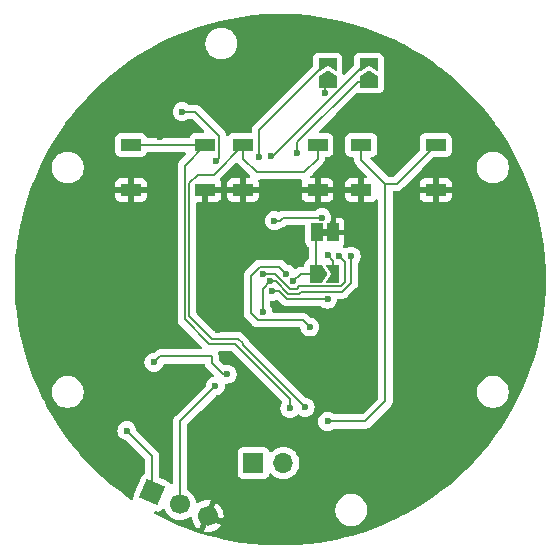
<source format=gbr>
%TF.GenerationSoftware,KiCad,Pcbnew,8.0.0*%
%TF.CreationDate,2024-05-13T13:59:27-05:00*%
%TF.ProjectId,GaussMouse_Sensor,47617573-734d-46f7-9573-655f53656e73,rev?*%
%TF.SameCoordinates,Original*%
%TF.FileFunction,Copper,L2,Bot*%
%TF.FilePolarity,Positive*%
%FSLAX46Y46*%
G04 Gerber Fmt 4.6, Leading zero omitted, Abs format (unit mm)*
G04 Created by KiCad (PCBNEW 8.0.0) date 2024-05-13 13:59:27*
%MOMM*%
%LPD*%
G01*
G04 APERTURE LIST*
G04 Aperture macros list*
%AMHorizOval*
0 Thick line with rounded ends*
0 $1 width*
0 $2 $3 position (X,Y) of the first rounded end (center of the circle)*
0 $4 $5 position (X,Y) of the second rounded end (center of the circle)*
0 Add line between two ends*
20,1,$1,$2,$3,$4,$5,0*
0 Add two circle primitives to create the rounded ends*
1,1,$1,$2,$3*
1,1,$1,$4,$5*%
%AMRotRect*
0 Rectangle, with rotation*
0 The origin of the aperture is its center*
0 $1 length*
0 $2 width*
0 $3 Rotation angle, in degrees counterclockwise*
0 Add horizontal line*
21,1,$1,$2,0,0,$3*%
%AMFreePoly0*
4,1,6,1.000000,0.000000,0.500000,-0.750000,-0.500000,-0.750000,-0.500000,0.750000,0.500000,0.750000,1.000000,0.000000,1.000000,0.000000,$1*%
%AMFreePoly1*
4,1,6,0.500000,-0.750000,-0.650000,-0.750000,-0.150000,0.000000,-0.650000,0.750000,0.500000,0.750000,0.500000,-0.750000,0.500000,-0.750000,$1*%
G04 Aperture macros list end*
%TA.AperFunction,EtchedComponent*%
%ADD10C,0.000000*%
%TD*%
%TA.AperFunction,SMDPad,CuDef*%
%ADD11R,1.700000X1.000000*%
%TD*%
%TA.AperFunction,SMDPad,CuDef*%
%ADD12FreePoly0,0.000000*%
%TD*%
%TA.AperFunction,SMDPad,CuDef*%
%ADD13FreePoly1,0.000000*%
%TD*%
%TA.AperFunction,SMDPad,CuDef*%
%ADD14R,1.000000X1.500000*%
%TD*%
%TA.AperFunction,SMDPad,CuDef*%
%ADD15FreePoly0,90.000000*%
%TD*%
%TA.AperFunction,SMDPad,CuDef*%
%ADD16FreePoly1,90.000000*%
%TD*%
%TA.AperFunction,ComponentPad*%
%ADD17R,1.700000X1.700000*%
%TD*%
%TA.AperFunction,ComponentPad*%
%ADD18O,1.700000X1.700000*%
%TD*%
%TA.AperFunction,ComponentPad*%
%ADD19RotRect,1.700000X1.700000X67.000000*%
%TD*%
%TA.AperFunction,ComponentPad*%
%ADD20HorizOval,1.700000X0.000000X0.000000X0.000000X0.000000X0*%
%TD*%
%TA.AperFunction,ViaPad*%
%ADD21C,0.600000*%
%TD*%
%TA.AperFunction,Conductor*%
%ADD22C,0.200000*%
%TD*%
G04 APERTURE END LIST*
D10*
%TA.AperFunction,EtchedComponent*%
%TO.C,JP7*%
G36*
X142025000Y-90300000D02*
G01*
X141525000Y-90300000D01*
X141525000Y-89700000D01*
X142025000Y-89700000D01*
X142025000Y-90300000D01*
G37*
%TD.AperFunction*%
%TD*%
D11*
%TO.P,SW3,1,1*%
%TO.N,Left*%
X151150000Y-82600000D03*
X144850000Y-82600000D03*
%TO.P,SW3,2,2*%
%TO.N,VSS*%
X151150000Y-86400000D03*
X144850000Y-86400000D03*
%TD*%
%TO.P,SW2,1,1*%
%TO.N,Right*%
X131650000Y-82600000D03*
X125350000Y-82600000D03*
%TO.P,SW2,2,2*%
%TO.N,VSS*%
X131650000Y-86400000D03*
X125350000Y-86400000D03*
%TD*%
%TO.P,SW1,1,1*%
%TO.N,Center*%
X141150000Y-82600000D03*
X134850000Y-82600000D03*
%TO.P,SW1,2,2*%
%TO.N,VSS*%
X141150000Y-86400000D03*
X134850000Y-86400000D03*
%TD*%
D12*
%TO.P,JP8,1,A*%
%TO.N,ClkSel*%
X141050000Y-93500000D03*
D13*
%TO.P,JP8,2,B*%
%TO.N,VCC*%
X142500000Y-93500000D03*
%TD*%
D14*
%TO.P,JP7,1,A*%
%TO.N,ClkSel*%
X141125000Y-90000000D03*
%TO.P,JP7,2,B*%
%TO.N,VSS*%
X142425000Y-90000000D03*
%TD*%
D15*
%TO.P,JP6,1,A*%
%TO.N,SDA*%
X142000000Y-77225000D03*
D16*
%TO.P,JP6,2,B*%
%TO.N,MISO*%
X142000000Y-75775000D03*
%TD*%
D15*
%TO.P,JP5,1,A*%
%TO.N,SCL*%
X145500000Y-77225000D03*
D16*
%TO.P,JP5,2,B*%
%TO.N,CLK*%
X145500000Y-75775000D03*
%TD*%
D17*
%TO.P,J2,1,Pin_1*%
%TO.N,PC3*%
X135725000Y-109500000D03*
D18*
%TO.P,J2,2,Pin_2*%
%TO.N,PC4*%
X138265000Y-109500000D03*
%TD*%
D19*
%TO.P,J1,1,Pin_1*%
%TO.N,VCC*%
X127161916Y-112007543D03*
D20*
%TO.P,J1,2,Pin_2*%
%TO.N,SWIO*%
X129500000Y-113000000D03*
%TO.P,J1,3,Pin_3*%
%TO.N,VSS*%
X131838080Y-113992457D03*
%TD*%
D21*
%TO.N,VSS*%
X134900000Y-93000000D03*
X138400000Y-91300000D03*
X131700000Y-87600000D03*
X131400000Y-91400000D03*
X142900000Y-86500000D03*
X144900000Y-89000000D03*
%TO.N,Left*%
X142000000Y-106000000D03*
%TO.N,Center*%
X140100000Y-104800000D03*
%TO.N,Right*%
X138800000Y-104900000D03*
%TO.N,VSS*%
X118000000Y-99600000D03*
X119500000Y-89600000D03*
X120800000Y-81900000D03*
X127800000Y-81900000D03*
X128600000Y-76000000D03*
X127100000Y-78800000D03*
X135100000Y-77100000D03*
X139800000Y-74200000D03*
X141900000Y-72700000D03*
X145100000Y-79000000D03*
X143300000Y-74300000D03*
X147700000Y-76300000D03*
X149500000Y-75200000D03*
X130500000Y-111300000D03*
X131600000Y-108800000D03*
X135500000Y-113400000D03*
X147100000Y-110400000D03*
X141700000Y-110400000D03*
X124600000Y-100300000D03*
X125200000Y-99700000D03*
X126200000Y-99100000D03*
X127200000Y-98900000D03*
X144500000Y-102900000D03*
X143700000Y-101800000D03*
X142900000Y-100300000D03*
X132756301Y-98269071D03*
X141800000Y-98800000D03*
X139600000Y-98700000D03*
X137100000Y-98700000D03*
X127000000Y-88000000D03*
X126000000Y-91000000D03*
X125000000Y-96000000D03*
X124000000Y-101000000D03*
X132000000Y-106000000D03*
X137000000Y-104000000D03*
X139000000Y-102000000D03*
X145000000Y-104000000D03*
X151000000Y-90000000D03*
X157000000Y-96000000D03*
X152000000Y-95000000D03*
X159000000Y-88000000D03*
%TO.N,SCL*%
X139450000Y-83250000D03*
%TO.N,SDA*%
X141800000Y-78200000D03*
%TO.N,CLK*%
X137200000Y-83500000D03*
%TO.N,MISO*%
X136200000Y-83600000D03*
%TO.N,VCC*%
X125000000Y-106785676D03*
%TO.N,SWIO*%
X132500000Y-103000000D03*
%TO.N,VCC*%
X133500000Y-102000000D03*
X127300000Y-101000000D03*
X142000000Y-91900000D03*
X129700000Y-79775000D03*
X132540380Y-83990380D03*
%TO.N,CS*%
X140500000Y-98000000D03*
X138500000Y-93500000D03*
%TO.N,PS1*%
X136535355Y-96774264D03*
%TO.N,Boot85*%
X136504893Y-93500502D03*
X143000000Y-92000000D03*
%TO.N,PS1*%
X144000000Y-92000000D03*
X137142178Y-94150502D03*
%TO.N,Net-(U1-XOUT32{slash}CLKSEL1)*%
X141500000Y-88749998D03*
X137500000Y-89000000D03*
%TO.N,ClkSel*%
X139106043Y-94150000D03*
%TO.N,Net-(U1-CAP)*%
X142000000Y-95650000D03*
X137320142Y-94981666D03*
%TD*%
D22*
%TO.N,VSS*%
X143900000Y-90000000D02*
X144900000Y-89000000D01*
X142425000Y-90000000D02*
X143900000Y-90000000D01*
%TO.N,Left*%
X145200000Y-106000000D02*
X142000000Y-106000000D01*
X146900000Y-85900000D02*
X146900000Y-104300000D01*
X146900000Y-104300000D02*
X145200000Y-106000000D01*
X147850000Y-85900000D02*
X151150000Y-82600000D01*
X146900000Y-85900000D02*
X147850000Y-85900000D01*
X144850000Y-83850000D02*
X146900000Y-85900000D01*
X144850000Y-82600000D02*
X144850000Y-83850000D01*
%TO.N,Center*%
X141150000Y-83750000D02*
X141150000Y-82600000D01*
X140000000Y-84900000D02*
X141150000Y-83750000D01*
X136000000Y-84900000D02*
X140000000Y-84900000D01*
X134850000Y-83750000D02*
X136000000Y-84900000D01*
X134850000Y-82600000D02*
X134850000Y-83750000D01*
X132350000Y-85100000D02*
X134850000Y-82600000D01*
%TO.N,VCC*%
X132800000Y-83730760D02*
X132540380Y-83990380D01*
%TO.N,Center*%
X130300000Y-85800000D02*
X131000000Y-85100000D01*
X130300000Y-97100000D02*
X130300000Y-85800000D01*
X132200000Y-99000000D02*
X130300000Y-97100000D01*
%TO.N,Right*%
X131984314Y-99450000D02*
X134150000Y-99450000D01*
X129900000Y-97365686D02*
X131984314Y-99450000D01*
X131650000Y-82600000D02*
X129900000Y-84350000D01*
%TO.N,Center*%
X131000000Y-85100000D02*
X132350000Y-85100000D01*
%TO.N,VCC*%
X132800000Y-81800000D02*
X132800000Y-83730760D01*
%TO.N,Center*%
X134415685Y-99000000D02*
X132200000Y-99000000D01*
%TO.N,Right*%
X138800000Y-104100000D02*
X138800000Y-104900000D01*
%TO.N,Center*%
X134800000Y-99384315D02*
X134415685Y-99000000D01*
X134800000Y-99500000D02*
X134800000Y-99384315D01*
%TO.N,Right*%
X129900000Y-84350000D02*
X129900000Y-97365686D01*
%TO.N,Center*%
X140100000Y-104800000D02*
X134800000Y-99500000D01*
%TO.N,VCC*%
X129700000Y-79775000D02*
X130775000Y-79775000D01*
X130775000Y-79775000D02*
X132800000Y-81800000D01*
%TO.N,Right*%
X134150000Y-99450000D02*
X138800000Y-104100000D01*
X125350000Y-82600000D02*
X131650000Y-82600000D01*
%TO.N,SCL*%
X139450000Y-82350000D02*
X144575000Y-77225000D01*
X144575000Y-77225000D02*
X145500000Y-77225000D01*
X139450000Y-83250000D02*
X139450000Y-82350000D01*
%TO.N,SDA*%
X141800000Y-77425000D02*
X142000000Y-77225000D01*
X141800000Y-78200000D02*
X141800000Y-77425000D01*
%TO.N,CLK*%
X137200000Y-83500000D02*
X137406336Y-83500000D01*
X137406336Y-83500000D02*
X144986239Y-75920097D01*
X144986239Y-75920097D02*
X145354903Y-75920097D01*
X145354903Y-75920097D02*
X145500000Y-75775000D01*
%TO.N,MISO*%
X141768663Y-75775000D02*
X142000000Y-75775000D01*
X136200000Y-83600000D02*
X136200000Y-81343663D01*
X136200000Y-81343663D02*
X141768663Y-75775000D01*
%TO.N,VCC*%
X127161916Y-112007543D02*
X127161916Y-108947592D01*
X127161916Y-108947592D02*
X125000000Y-106785676D01*
%TO.N,SWIO*%
X129500000Y-106000000D02*
X132500000Y-103000000D01*
X129500000Y-113000000D02*
X129500000Y-106000000D01*
%TO.N,VCC*%
X133150000Y-102000000D02*
X133500000Y-102000000D01*
X132200000Y-101050000D02*
X133150000Y-102000000D01*
X132200000Y-100500000D02*
X132200000Y-101050000D01*
X127800000Y-100500000D02*
X127300000Y-101000000D01*
X132200000Y-100500000D02*
X127800000Y-100500000D01*
X142500000Y-92400000D02*
X142500000Y-93500000D01*
X142000000Y-91900000D02*
X142500000Y-92400000D01*
%TO.N,CS*%
X139924264Y-97424264D02*
X140500000Y-98000000D01*
X136075736Y-97424264D02*
X139924264Y-97424264D01*
%TO.N,PS1*%
X137142178Y-94150502D02*
X136535355Y-94757325D01*
X136535355Y-94757325D02*
X136535355Y-96774264D01*
%TO.N,CS*%
X135500000Y-96848529D02*
X136075736Y-97424264D01*
X135500000Y-93656866D02*
X135500000Y-96848529D01*
X136256364Y-92900502D02*
X135500000Y-93656866D01*
X138500000Y-93500000D02*
X137900502Y-92900502D01*
X137900502Y-92900502D02*
X136256364Y-92900502D01*
%TO.N,Boot85*%
X138836804Y-94800000D02*
X137537306Y-93500502D01*
X139375282Y-94800000D02*
X138836804Y-94800000D01*
X143126336Y-94555000D02*
X139620282Y-94555000D01*
X137537306Y-93500502D02*
X136504893Y-93500502D01*
X143500000Y-94181336D02*
X143126336Y-94555000D01*
X143500000Y-92500000D02*
X143500000Y-94181336D01*
X143000000Y-92000000D02*
X143500000Y-92500000D01*
%TO.N,PS1*%
X138671118Y-95200000D02*
X137621620Y-94150502D01*
X139740968Y-95000000D02*
X139540967Y-95200000D01*
X144000000Y-94247021D02*
X143247021Y-95000000D01*
X144000000Y-92000000D02*
X144000000Y-94247021D01*
X139540967Y-95200000D02*
X138671118Y-95200000D01*
%TO.N,Net-(U1-CAP)*%
X137887100Y-94981666D02*
X137320142Y-94981666D01*
%TO.N,Boot85*%
X139620282Y-94555000D02*
X139375282Y-94800000D01*
%TO.N,Net-(U1-CAP)*%
X138555434Y-95650000D02*
X137887100Y-94981666D01*
X142000000Y-95650000D02*
X138555434Y-95650000D01*
%TO.N,PS1*%
X143247021Y-95000000D02*
X139740968Y-95000000D01*
%TO.N,ClkSel*%
X141050000Y-93500000D02*
X139756043Y-93500000D01*
%TO.N,PS1*%
X137621620Y-94150502D02*
X137142178Y-94150502D01*
%TO.N,ClkSel*%
X139756043Y-93500000D02*
X139106043Y-94150000D01*
%TO.N,Net-(U1-XOUT32{slash}CLKSEL1)*%
X138250002Y-88749998D02*
X141500000Y-88749998D01*
X137500000Y-89000000D02*
X138000000Y-89000000D01*
X138000000Y-89000000D02*
X138250002Y-88749998D01*
%TO.N,ClkSel*%
X141050000Y-90075000D02*
X141125000Y-90000000D01*
X141050000Y-93500000D02*
X141050000Y-90075000D01*
%TD*%
%TA.AperFunction,Conductor*%
%TO.N,VSS*%
G36*
X138473908Y-71500111D02*
G01*
X138666988Y-71508203D01*
X139410503Y-71539365D01*
X139415674Y-71539690D01*
X140349865Y-71618136D01*
X140354942Y-71618670D01*
X141285009Y-71736165D01*
X141290119Y-71736919D01*
X142214484Y-71893263D01*
X142219537Y-71894228D01*
X143136488Y-72089132D01*
X143141534Y-72090316D01*
X144049511Y-72323445D01*
X144054467Y-72324828D01*
X144951952Y-72595795D01*
X144956823Y-72597377D01*
X145842163Y-72905685D01*
X145847018Y-72907492D01*
X146718583Y-73252569D01*
X146723371Y-73254581D01*
X147579768Y-73635873D01*
X147584463Y-73638082D01*
X148424136Y-74054900D01*
X148428712Y-74057292D01*
X149250203Y-74508910D01*
X149254679Y-74511494D01*
X150056533Y-74997115D01*
X150060888Y-74999878D01*
X150841733Y-75518670D01*
X150845961Y-75521609D01*
X151457067Y-75965604D01*
X151604359Y-76072618D01*
X151608496Y-76075758D01*
X152343152Y-76658039D01*
X152347154Y-76661350D01*
X153056766Y-77273871D01*
X153060624Y-77277344D01*
X153743993Y-77919071D01*
X153747682Y-77922683D01*
X154403590Y-78592474D01*
X154407119Y-78596232D01*
X154561987Y-78768230D01*
X155034375Y-79292870D01*
X155037769Y-79296801D01*
X155635321Y-80019117D01*
X155638547Y-80023188D01*
X156205306Y-80769866D01*
X156208348Y-80774054D01*
X156443143Y-81111878D01*
X156743354Y-81543825D01*
X156746223Y-81548143D01*
X157066066Y-82052135D01*
X157248526Y-82339645D01*
X157251216Y-82344088D01*
X157719924Y-83155914D01*
X157722426Y-83160465D01*
X158156723Y-83991199D01*
X158159033Y-83995851D01*
X158558179Y-84844080D01*
X158560291Y-84848825D01*
X158923550Y-85712985D01*
X158925462Y-85717814D01*
X159252223Y-86596445D01*
X159253931Y-86601350D01*
X159543610Y-87492890D01*
X159545111Y-87497862D01*
X159797198Y-88400737D01*
X159798490Y-88405768D01*
X160012553Y-89318432D01*
X160013633Y-89323512D01*
X160189289Y-90244332D01*
X160190155Y-90249453D01*
X160327096Y-91176811D01*
X160327747Y-91181963D01*
X160425736Y-92114267D01*
X160426170Y-92119443D01*
X160485029Y-93054986D01*
X160485247Y-93060175D01*
X160504879Y-93997403D01*
X160504879Y-94002597D01*
X160485247Y-94939824D01*
X160485029Y-94945013D01*
X160426170Y-95880556D01*
X160425736Y-95885732D01*
X160327747Y-96818036D01*
X160327096Y-96823188D01*
X160190155Y-97750546D01*
X160189289Y-97755667D01*
X160013633Y-98676487D01*
X160012553Y-98681567D01*
X159798490Y-99594231D01*
X159797198Y-99599262D01*
X159545111Y-100502137D01*
X159543610Y-100507109D01*
X159253931Y-101398649D01*
X159252223Y-101403554D01*
X158925462Y-102282185D01*
X158923550Y-102287014D01*
X158560291Y-103151174D01*
X158558179Y-103155919D01*
X158159033Y-104004148D01*
X158156723Y-104008800D01*
X157722426Y-104839534D01*
X157719924Y-104844085D01*
X157251216Y-105655911D01*
X157248526Y-105660354D01*
X156746228Y-106451849D01*
X156743354Y-106456174D01*
X156208359Y-107225931D01*
X156205306Y-107230133D01*
X155638547Y-107976811D01*
X155635321Y-107980882D01*
X155037769Y-108703198D01*
X155034375Y-108707129D01*
X154407132Y-109403753D01*
X154403577Y-109407539D01*
X153747693Y-110077305D01*
X153743982Y-110080939D01*
X153060626Y-110722653D01*
X153056766Y-110726128D01*
X152347154Y-111338649D01*
X152343152Y-111341960D01*
X151608496Y-111924241D01*
X151604359Y-111927381D01*
X150845979Y-112478377D01*
X150841715Y-112481341D01*
X150060903Y-113000111D01*
X150056517Y-113002894D01*
X149254690Y-113488498D01*
X149250192Y-113491095D01*
X148428725Y-113942700D01*
X148424123Y-113945106D01*
X147584468Y-114361914D01*
X147579768Y-114364126D01*
X146723371Y-114745418D01*
X146718583Y-114747430D01*
X145847018Y-115092507D01*
X145842151Y-115094318D01*
X144956865Y-115402608D01*
X144951925Y-115404213D01*
X144054496Y-115675163D01*
X144049493Y-115676559D01*
X143141533Y-115909683D01*
X143136477Y-115910869D01*
X142219561Y-116105766D01*
X142214459Y-116106740D01*
X141290133Y-116263078D01*
X141284995Y-116263836D01*
X140354986Y-116381324D01*
X140349821Y-116381867D01*
X139415682Y-116460308D01*
X139410499Y-116460634D01*
X138473909Y-116499889D01*
X138468716Y-116499998D01*
X137531284Y-116499998D01*
X137526091Y-116499889D01*
X136589500Y-116460634D01*
X136584317Y-116460308D01*
X135650178Y-116381867D01*
X135645013Y-116381324D01*
X134715004Y-116263836D01*
X134709866Y-116263078D01*
X133785540Y-116106740D01*
X133780438Y-116105766D01*
X132863522Y-115910869D01*
X132858466Y-115909683D01*
X131950506Y-115676559D01*
X131945503Y-115675163D01*
X131610503Y-115574020D01*
X131552014Y-115535799D01*
X131530396Y-115487493D01*
X131490227Y-115514774D01*
X131420380Y-115516547D01*
X131416444Y-115515430D01*
X131048074Y-115404213D01*
X131043147Y-115402612D01*
X130623968Y-115256638D01*
X130157848Y-115094318D01*
X130152981Y-115092507D01*
X129281416Y-114747430D01*
X129276628Y-114745418D01*
X128420231Y-114364126D01*
X128415531Y-114361914D01*
X127575876Y-113945106D01*
X127571274Y-113942700D01*
X127363108Y-113828260D01*
X127313844Y-113778714D01*
X127299187Y-113710399D01*
X127323790Y-113645004D01*
X127379843Y-113603293D01*
X127449549Y-113598508D01*
X127458819Y-113600931D01*
X127466611Y-113603293D01*
X127518106Y-113618904D01*
X127661886Y-113625296D01*
X127801642Y-113590921D01*
X127926054Y-113518565D01*
X128019320Y-113420125D01*
X128079716Y-113385000D01*
X128149516Y-113388102D01*
X128206559Y-113428450D01*
X128223553Y-113458874D01*
X128223809Y-113458756D01*
X128225433Y-113462239D01*
X128225847Y-113462980D01*
X128226090Y-113463648D01*
X128325965Y-113677830D01*
X128325967Y-113677834D01*
X128381499Y-113757141D01*
X128461505Y-113871401D01*
X128628599Y-114038495D01*
X128688057Y-114080128D01*
X128822165Y-114174032D01*
X128822167Y-114174033D01*
X128822170Y-114174035D01*
X129036337Y-114273903D01*
X129264592Y-114335063D01*
X129452918Y-114351539D01*
X129499999Y-114355659D01*
X129500000Y-114355659D01*
X129500001Y-114355659D01*
X129539234Y-114352226D01*
X129735408Y-114335063D01*
X129963663Y-114273903D01*
X130177830Y-114174035D01*
X130304349Y-114085445D01*
X130370553Y-114063118D01*
X130438320Y-114080128D01*
X130486133Y-114131075D01*
X130498999Y-114176211D01*
X130503510Y-114227773D01*
X130503512Y-114227783D01*
X130564646Y-114455940D01*
X130564650Y-114455949D01*
X130664479Y-114670035D01*
X130799974Y-114863539D01*
X130967000Y-115030566D01*
X131089444Y-115116301D01*
X131436938Y-114297658D01*
X131437981Y-114299464D01*
X131531073Y-114392556D01*
X131645087Y-114458382D01*
X131772254Y-114492457D01*
X131897431Y-114492457D01*
X131549263Y-115312692D01*
X131563735Y-115342364D01*
X131567538Y-115364764D01*
X131580100Y-115350489D01*
X131647288Y-115331316D01*
X131657151Y-115331784D01*
X131838079Y-115347614D01*
X131838082Y-115347614D01*
X132073395Y-115327026D01*
X132073406Y-115327024D01*
X132301563Y-115265890D01*
X132301572Y-115265886D01*
X132515658Y-115166057D01*
X132709162Y-115030562D01*
X132876188Y-114863537D01*
X132961925Y-114741091D01*
X132143282Y-114393597D01*
X132145087Y-114392556D01*
X132238179Y-114299464D01*
X132304005Y-114185450D01*
X132338080Y-114058283D01*
X132338080Y-113933103D01*
X133158314Y-114281272D01*
X133172648Y-114227780D01*
X133172649Y-114227772D01*
X133193237Y-113992458D01*
X133193237Y-113992455D01*
X133172649Y-113757141D01*
X133172647Y-113757130D01*
X133132229Y-113606287D01*
X142649500Y-113606287D01*
X142682754Y-113816243D01*
X142724624Y-113945106D01*
X142748444Y-114018414D01*
X142844951Y-114207820D01*
X142969890Y-114379786D01*
X143120213Y-114530109D01*
X143292179Y-114655048D01*
X143292181Y-114655049D01*
X143292184Y-114655051D01*
X143481588Y-114751557D01*
X143683757Y-114817246D01*
X143893713Y-114850500D01*
X143893714Y-114850500D01*
X144106286Y-114850500D01*
X144106287Y-114850500D01*
X144316243Y-114817246D01*
X144518412Y-114751557D01*
X144707816Y-114655051D01*
X144729789Y-114639086D01*
X144879786Y-114530109D01*
X144879788Y-114530106D01*
X144879792Y-114530104D01*
X145030104Y-114379792D01*
X145030106Y-114379788D01*
X145030109Y-114379786D01*
X145155048Y-114207820D01*
X145155047Y-114207820D01*
X145155051Y-114207816D01*
X145251557Y-114018412D01*
X145317246Y-113816243D01*
X145350500Y-113606287D01*
X145350500Y-113393713D01*
X145317246Y-113183757D01*
X145251557Y-112981588D01*
X145155051Y-112792184D01*
X145155049Y-112792181D01*
X145155048Y-112792179D01*
X145030109Y-112620213D01*
X144879786Y-112469890D01*
X144707820Y-112344951D01*
X144518414Y-112248444D01*
X144518413Y-112248443D01*
X144518412Y-112248443D01*
X144316243Y-112182754D01*
X144316241Y-112182753D01*
X144316240Y-112182753D01*
X144154957Y-112157208D01*
X144106287Y-112149500D01*
X143893713Y-112149500D01*
X143845042Y-112157208D01*
X143683760Y-112182753D01*
X143481585Y-112248444D01*
X143292179Y-112344951D01*
X143120213Y-112469890D01*
X142969890Y-112620213D01*
X142844951Y-112792179D01*
X142748444Y-112981585D01*
X142748443Y-112981587D01*
X142748443Y-112981588D01*
X142741959Y-113001544D01*
X142682753Y-113183760D01*
X142674573Y-113235408D01*
X142649500Y-113393713D01*
X142649500Y-113606287D01*
X133132229Y-113606287D01*
X133111513Y-113528973D01*
X133111509Y-113528964D01*
X133011680Y-113314879D01*
X133011679Y-113314877D01*
X132876193Y-113121383D01*
X132876188Y-113121377D01*
X132709159Y-112954347D01*
X132586714Y-112868611D01*
X132239220Y-113687253D01*
X132238179Y-113685450D01*
X132145087Y-113592358D01*
X132031073Y-113526532D01*
X131903906Y-113492457D01*
X131778726Y-113492457D01*
X132126895Y-112672220D01*
X132073408Y-112657890D01*
X132073395Y-112657887D01*
X131838081Y-112637300D01*
X131838078Y-112637300D01*
X131602764Y-112657887D01*
X131602753Y-112657889D01*
X131374596Y-112719023D01*
X131374587Y-112719027D01*
X131160502Y-112818856D01*
X131160500Y-112818857D01*
X131034254Y-112907256D01*
X130968048Y-112929583D01*
X130900281Y-112912573D01*
X130852468Y-112861625D01*
X130839603Y-112816488D01*
X130837477Y-112792184D01*
X130835063Y-112764592D01*
X130773903Y-112536337D01*
X130674035Y-112322171D01*
X130622411Y-112248443D01*
X130538494Y-112128597D01*
X130371402Y-111961506D01*
X130371395Y-111961501D01*
X130177831Y-111825965D01*
X130177826Y-111825962D01*
X130172091Y-111823288D01*
X130119653Y-111777113D01*
X130100500Y-111710908D01*
X130100500Y-110397870D01*
X134374500Y-110397870D01*
X134374501Y-110397876D01*
X134380908Y-110457483D01*
X134431202Y-110592328D01*
X134431206Y-110592335D01*
X134517452Y-110707544D01*
X134517455Y-110707547D01*
X134632664Y-110793793D01*
X134632671Y-110793797D01*
X134767517Y-110844091D01*
X134767516Y-110844091D01*
X134774444Y-110844835D01*
X134827127Y-110850500D01*
X136622872Y-110850499D01*
X136682483Y-110844091D01*
X136817331Y-110793796D01*
X136932546Y-110707546D01*
X137018796Y-110592331D01*
X137067810Y-110460916D01*
X137109681Y-110404984D01*
X137175145Y-110380566D01*
X137243418Y-110395417D01*
X137271673Y-110416569D01*
X137393599Y-110538495D01*
X137482860Y-110600996D01*
X137587165Y-110674032D01*
X137587167Y-110674033D01*
X137587170Y-110674035D01*
X137801337Y-110773903D01*
X138029592Y-110835063D01*
X138206034Y-110850500D01*
X138264999Y-110855659D01*
X138265000Y-110855659D01*
X138265001Y-110855659D01*
X138323966Y-110850500D01*
X138500408Y-110835063D01*
X138728663Y-110773903D01*
X138942830Y-110674035D01*
X139136401Y-110538495D01*
X139303495Y-110371401D01*
X139439035Y-110177830D01*
X139538903Y-109963663D01*
X139600063Y-109735408D01*
X139620659Y-109500000D01*
X139600063Y-109264592D01*
X139538903Y-109036337D01*
X139439035Y-108822171D01*
X139364559Y-108715807D01*
X139303494Y-108628597D01*
X139136402Y-108461506D01*
X139136395Y-108461501D01*
X138942834Y-108325967D01*
X138942830Y-108325965D01*
X138942828Y-108325964D01*
X138728663Y-108226097D01*
X138728659Y-108226096D01*
X138728655Y-108226094D01*
X138500413Y-108164938D01*
X138500403Y-108164936D01*
X138265001Y-108144341D01*
X138264999Y-108144341D01*
X138029596Y-108164936D01*
X138029586Y-108164938D01*
X137801344Y-108226094D01*
X137801335Y-108226098D01*
X137587171Y-108325964D01*
X137587169Y-108325965D01*
X137393600Y-108461503D01*
X137271673Y-108583430D01*
X137210350Y-108616914D01*
X137140658Y-108611930D01*
X137084725Y-108570058D01*
X137067810Y-108539081D01*
X137018797Y-108407671D01*
X137018793Y-108407664D01*
X136932547Y-108292455D01*
X136932544Y-108292452D01*
X136817335Y-108206206D01*
X136817328Y-108206202D01*
X136682482Y-108155908D01*
X136682483Y-108155908D01*
X136622883Y-108149501D01*
X136622881Y-108149500D01*
X136622873Y-108149500D01*
X136622864Y-108149500D01*
X134827129Y-108149500D01*
X134827123Y-108149501D01*
X134767516Y-108155908D01*
X134632671Y-108206202D01*
X134632664Y-108206206D01*
X134517455Y-108292452D01*
X134517452Y-108292455D01*
X134431206Y-108407664D01*
X134431202Y-108407671D01*
X134380908Y-108542517D01*
X134374501Y-108602116D01*
X134374500Y-108602135D01*
X134374500Y-110397870D01*
X130100500Y-110397870D01*
X130100500Y-106300097D01*
X130120185Y-106233058D01*
X130136819Y-106212416D01*
X130349232Y-106000003D01*
X141194435Y-106000003D01*
X141214630Y-106179249D01*
X141214631Y-106179254D01*
X141274211Y-106349523D01*
X141370184Y-106502262D01*
X141497738Y-106629816D01*
X141650478Y-106725789D01*
X141768655Y-106767141D01*
X141820745Y-106785368D01*
X141820750Y-106785369D01*
X141999996Y-106805565D01*
X142000000Y-106805565D01*
X142000004Y-106805565D01*
X142179249Y-106785369D01*
X142179252Y-106785368D01*
X142179255Y-106785368D01*
X142349522Y-106725789D01*
X142502262Y-106629816D01*
X142502267Y-106629810D01*
X142505097Y-106627555D01*
X142507275Y-106626665D01*
X142508158Y-106626111D01*
X142508255Y-106626265D01*
X142569783Y-106601145D01*
X142582412Y-106600500D01*
X145113331Y-106600500D01*
X145113347Y-106600501D01*
X145120943Y-106600501D01*
X145279054Y-106600501D01*
X145279057Y-106600501D01*
X145431785Y-106559577D01*
X145481904Y-106530639D01*
X145568716Y-106480520D01*
X145680520Y-106368716D01*
X145680520Y-106368714D01*
X145690728Y-106358507D01*
X145690730Y-106358504D01*
X147258506Y-104790728D01*
X147258511Y-104790724D01*
X147268714Y-104780520D01*
X147268716Y-104780520D01*
X147380520Y-104668716D01*
X147448784Y-104550478D01*
X147459577Y-104531785D01*
X147500500Y-104379057D01*
X147500500Y-104220943D01*
X147500500Y-103606287D01*
X154649500Y-103606287D01*
X154653227Y-103629816D01*
X154679414Y-103795160D01*
X154682754Y-103816243D01*
X154744032Y-104004837D01*
X154748444Y-104018414D01*
X154844951Y-104207820D01*
X154969890Y-104379786D01*
X155120213Y-104530109D01*
X155292179Y-104655048D01*
X155292181Y-104655049D01*
X155292184Y-104655051D01*
X155481588Y-104751557D01*
X155683757Y-104817246D01*
X155893713Y-104850500D01*
X155893714Y-104850500D01*
X156106286Y-104850500D01*
X156106287Y-104850500D01*
X156316243Y-104817246D01*
X156518412Y-104751557D01*
X156707816Y-104655051D01*
X156755028Y-104620750D01*
X156879786Y-104530109D01*
X156879788Y-104530106D01*
X156879792Y-104530104D01*
X157030104Y-104379792D01*
X157030106Y-104379788D01*
X157030109Y-104379786D01*
X157155048Y-104207820D01*
X157155047Y-104207820D01*
X157155051Y-104207816D01*
X157251557Y-104018412D01*
X157317246Y-103816243D01*
X157350500Y-103606287D01*
X157350500Y-103393713D01*
X157317246Y-103183757D01*
X157251557Y-102981588D01*
X157155051Y-102792184D01*
X157155049Y-102792181D01*
X157155048Y-102792179D01*
X157030109Y-102620213D01*
X156879786Y-102469890D01*
X156707820Y-102344951D01*
X156518414Y-102248444D01*
X156518413Y-102248443D01*
X156518412Y-102248443D01*
X156316243Y-102182754D01*
X156316241Y-102182753D01*
X156316240Y-102182753D01*
X156145091Y-102155646D01*
X156106287Y-102149500D01*
X155893713Y-102149500D01*
X155854909Y-102155646D01*
X155683760Y-102182753D01*
X155481585Y-102248444D01*
X155292179Y-102344951D01*
X155120213Y-102469890D01*
X154969890Y-102620213D01*
X154844951Y-102792179D01*
X154748444Y-102981585D01*
X154682753Y-103183760D01*
X154656499Y-103349522D01*
X154649500Y-103393713D01*
X154649500Y-103606287D01*
X147500500Y-103606287D01*
X147500500Y-86650000D01*
X149800000Y-86650000D01*
X149800000Y-86947844D01*
X149806401Y-87007372D01*
X149806403Y-87007379D01*
X149856645Y-87142086D01*
X149856649Y-87142093D01*
X149942809Y-87257187D01*
X149942812Y-87257190D01*
X150057906Y-87343350D01*
X150057913Y-87343354D01*
X150192620Y-87393596D01*
X150192627Y-87393598D01*
X150252155Y-87399999D01*
X150252172Y-87400000D01*
X150900000Y-87400000D01*
X150900000Y-86650000D01*
X151400000Y-86650000D01*
X151400000Y-87400000D01*
X152047828Y-87400000D01*
X152047844Y-87399999D01*
X152107372Y-87393598D01*
X152107379Y-87393596D01*
X152242086Y-87343354D01*
X152242093Y-87343350D01*
X152357187Y-87257190D01*
X152357190Y-87257187D01*
X152443350Y-87142093D01*
X152443354Y-87142086D01*
X152493596Y-87007379D01*
X152493598Y-87007372D01*
X152499999Y-86947844D01*
X152500000Y-86947827D01*
X152500000Y-86650000D01*
X151400000Y-86650000D01*
X150900000Y-86650000D01*
X149800000Y-86650000D01*
X147500500Y-86650000D01*
X147500500Y-86624500D01*
X147520185Y-86557461D01*
X147572989Y-86511706D01*
X147624500Y-86500500D01*
X147763331Y-86500500D01*
X147763347Y-86500501D01*
X147770943Y-86500501D01*
X147929054Y-86500501D01*
X147929057Y-86500501D01*
X148081785Y-86459577D01*
X148131904Y-86430639D01*
X148218716Y-86380520D01*
X148330520Y-86268716D01*
X148330520Y-86268714D01*
X148340728Y-86258507D01*
X148340729Y-86258504D01*
X148449233Y-86150000D01*
X149800000Y-86150000D01*
X150900000Y-86150000D01*
X150900000Y-85400000D01*
X151400000Y-85400000D01*
X151400000Y-86150000D01*
X152500000Y-86150000D01*
X152500000Y-85852172D01*
X152499999Y-85852155D01*
X152493598Y-85792627D01*
X152493596Y-85792620D01*
X152443354Y-85657913D01*
X152443350Y-85657906D01*
X152357190Y-85542812D01*
X152357187Y-85542809D01*
X152242093Y-85456649D01*
X152242086Y-85456645D01*
X152107379Y-85406403D01*
X152107372Y-85406401D01*
X152047844Y-85400000D01*
X151400000Y-85400000D01*
X150900000Y-85400000D01*
X150252155Y-85400000D01*
X150192627Y-85406401D01*
X150192620Y-85406403D01*
X150057913Y-85456645D01*
X150057906Y-85456649D01*
X149942812Y-85542809D01*
X149942809Y-85542812D01*
X149856649Y-85657906D01*
X149856645Y-85657913D01*
X149806403Y-85792620D01*
X149806401Y-85792627D01*
X149800000Y-85852155D01*
X149800000Y-86150000D01*
X148449233Y-86150000D01*
X149992948Y-84606286D01*
X154649500Y-84606286D01*
X154682753Y-84816239D01*
X154748444Y-85018414D01*
X154844951Y-85207820D01*
X154969890Y-85379786D01*
X155120213Y-85530109D01*
X155292179Y-85655048D01*
X155292181Y-85655049D01*
X155292184Y-85655051D01*
X155481588Y-85751557D01*
X155683757Y-85817246D01*
X155893713Y-85850500D01*
X155893714Y-85850500D01*
X156106286Y-85850500D01*
X156106287Y-85850500D01*
X156316243Y-85817246D01*
X156518412Y-85751557D01*
X156707816Y-85655051D01*
X156729789Y-85639086D01*
X156879786Y-85530109D01*
X156879788Y-85530106D01*
X156879792Y-85530104D01*
X157030104Y-85379792D01*
X157030106Y-85379788D01*
X157030109Y-85379786D01*
X157155048Y-85207820D01*
X157155047Y-85207820D01*
X157155051Y-85207816D01*
X157251557Y-85018412D01*
X157317246Y-84816243D01*
X157350500Y-84606287D01*
X157350500Y-84393713D01*
X157317246Y-84183757D01*
X157251557Y-83981588D01*
X157155051Y-83792184D01*
X157155049Y-83792181D01*
X157155048Y-83792179D01*
X157030109Y-83620213D01*
X156879786Y-83469890D01*
X156707820Y-83344951D01*
X156518414Y-83248444D01*
X156518413Y-83248443D01*
X156518412Y-83248443D01*
X156316243Y-83182754D01*
X156316241Y-83182753D01*
X156316240Y-83182753D01*
X156146783Y-83155914D01*
X156106287Y-83149500D01*
X155893713Y-83149500D01*
X155853217Y-83155914D01*
X155683760Y-83182753D01*
X155481585Y-83248444D01*
X155292179Y-83344951D01*
X155120213Y-83469890D01*
X154969890Y-83620213D01*
X154844951Y-83792179D01*
X154748444Y-83981585D01*
X154682753Y-84183760D01*
X154649500Y-84393713D01*
X154649500Y-84606286D01*
X149992948Y-84606286D01*
X150962417Y-83636818D01*
X151023740Y-83603333D01*
X151050098Y-83600499D01*
X152047871Y-83600499D01*
X152047872Y-83600499D01*
X152107483Y-83594091D01*
X152242331Y-83543796D01*
X152357546Y-83457546D01*
X152443796Y-83342331D01*
X152494091Y-83207483D01*
X152500500Y-83147873D01*
X152500499Y-82052128D01*
X152494091Y-81992517D01*
X152489353Y-81979815D01*
X152443797Y-81857671D01*
X152443793Y-81857664D01*
X152357547Y-81742455D01*
X152357544Y-81742452D01*
X152242335Y-81656206D01*
X152242328Y-81656202D01*
X152107482Y-81605908D01*
X152107483Y-81605908D01*
X152047883Y-81599501D01*
X152047881Y-81599500D01*
X152047873Y-81599500D01*
X152047864Y-81599500D01*
X150252129Y-81599500D01*
X150252123Y-81599501D01*
X150192516Y-81605908D01*
X150057671Y-81656202D01*
X150057664Y-81656206D01*
X149942455Y-81742452D01*
X149942452Y-81742455D01*
X149856206Y-81857664D01*
X149856202Y-81857671D01*
X149805908Y-81992517D01*
X149799501Y-82052116D01*
X149799501Y-82052123D01*
X149799500Y-82052135D01*
X149799500Y-83049901D01*
X149779815Y-83116940D01*
X149763181Y-83137582D01*
X147637584Y-85263181D01*
X147576261Y-85296666D01*
X147549903Y-85299500D01*
X147200098Y-85299500D01*
X147133059Y-85279815D01*
X147112417Y-85263181D01*
X145661416Y-83812180D01*
X145627931Y-83750857D01*
X145632915Y-83681165D01*
X145674787Y-83625232D01*
X145740251Y-83600815D01*
X145745410Y-83600630D01*
X145747857Y-83600499D01*
X145747872Y-83600499D01*
X145807483Y-83594091D01*
X145942331Y-83543796D01*
X146057546Y-83457546D01*
X146143796Y-83342331D01*
X146194091Y-83207483D01*
X146200500Y-83147873D01*
X146200499Y-82052128D01*
X146194091Y-81992517D01*
X146189353Y-81979815D01*
X146143797Y-81857671D01*
X146143793Y-81857664D01*
X146057547Y-81742455D01*
X146057544Y-81742452D01*
X145942335Y-81656206D01*
X145942328Y-81656202D01*
X145807482Y-81605908D01*
X145807483Y-81605908D01*
X145747883Y-81599501D01*
X145747881Y-81599500D01*
X145747873Y-81599500D01*
X145747864Y-81599500D01*
X143952129Y-81599500D01*
X143952123Y-81599501D01*
X143892516Y-81605908D01*
X143757671Y-81656202D01*
X143757664Y-81656206D01*
X143642455Y-81742452D01*
X143642452Y-81742455D01*
X143556206Y-81857664D01*
X143556202Y-81857671D01*
X143505908Y-81992517D01*
X143499501Y-82052116D01*
X143499501Y-82052123D01*
X143499500Y-82052135D01*
X143499500Y-83147870D01*
X143499501Y-83147876D01*
X143505908Y-83207483D01*
X143556202Y-83342328D01*
X143556206Y-83342335D01*
X143642452Y-83457544D01*
X143642455Y-83457547D01*
X143757664Y-83543793D01*
X143757671Y-83543797D01*
X143802618Y-83560561D01*
X143892517Y-83594091D01*
X143952127Y-83600500D01*
X144125500Y-83600499D01*
X144192539Y-83620183D01*
X144238294Y-83672987D01*
X144249500Y-83724499D01*
X144249500Y-83763330D01*
X144249499Y-83763348D01*
X144249499Y-83929054D01*
X144249498Y-83929054D01*
X144290423Y-84081787D01*
X144290425Y-84081790D01*
X144318153Y-84129815D01*
X144318154Y-84129816D01*
X144365417Y-84211679D01*
X144369479Y-84218714D01*
X144369481Y-84218717D01*
X144488349Y-84337585D01*
X144488355Y-84337590D01*
X145339084Y-85188319D01*
X145372569Y-85249642D01*
X145367585Y-85319334D01*
X145325713Y-85375267D01*
X145260249Y-85399684D01*
X145251403Y-85400000D01*
X145100000Y-85400000D01*
X145100000Y-87400000D01*
X145747828Y-87400000D01*
X145747844Y-87399999D01*
X145807372Y-87393598D01*
X145807379Y-87393596D01*
X145942086Y-87343354D01*
X145942093Y-87343350D01*
X146057187Y-87257190D01*
X146057188Y-87257189D01*
X146076233Y-87231749D01*
X146132166Y-87189877D01*
X146201858Y-87184893D01*
X146263181Y-87218378D01*
X146296666Y-87279701D01*
X146299500Y-87306059D01*
X146299500Y-103999903D01*
X146279815Y-104066942D01*
X146263181Y-104087584D01*
X144987584Y-105363181D01*
X144926261Y-105396666D01*
X144899903Y-105399500D01*
X142582412Y-105399500D01*
X142515373Y-105379815D01*
X142505097Y-105372445D01*
X142502263Y-105370185D01*
X142502262Y-105370184D01*
X142394165Y-105302262D01*
X142349523Y-105274211D01*
X142179254Y-105214631D01*
X142179249Y-105214630D01*
X142000004Y-105194435D01*
X141999996Y-105194435D01*
X141820750Y-105214630D01*
X141820745Y-105214631D01*
X141650476Y-105274211D01*
X141497737Y-105370184D01*
X141370184Y-105497737D01*
X141274211Y-105650476D01*
X141214631Y-105820745D01*
X141214630Y-105820750D01*
X141194435Y-105999996D01*
X141194435Y-106000003D01*
X130349232Y-106000003D01*
X131269986Y-105079249D01*
X132518536Y-103830698D01*
X132579857Y-103797215D01*
X132592310Y-103795163D01*
X132679255Y-103785368D01*
X132849522Y-103725789D01*
X133002262Y-103629816D01*
X133129816Y-103502262D01*
X133225789Y-103349522D01*
X133285368Y-103179255D01*
X133285369Y-103179249D01*
X133305565Y-103000003D01*
X133305565Y-102999997D01*
X133298285Y-102935389D01*
X133310339Y-102866567D01*
X133357688Y-102815188D01*
X133425298Y-102797563D01*
X133435385Y-102798284D01*
X133461857Y-102801267D01*
X133499998Y-102805565D01*
X133500000Y-102805565D01*
X133500004Y-102805565D01*
X133679249Y-102785369D01*
X133679252Y-102785368D01*
X133679255Y-102785368D01*
X133849522Y-102725789D01*
X134002262Y-102629816D01*
X134129816Y-102502262D01*
X134225789Y-102349522D01*
X134285368Y-102179255D01*
X134288721Y-102149500D01*
X134305565Y-102000003D01*
X134305565Y-101999996D01*
X134285369Y-101820750D01*
X134285368Y-101820745D01*
X134225788Y-101650476D01*
X134186582Y-101588080D01*
X134129816Y-101497738D01*
X134002262Y-101370184D01*
X133969379Y-101349522D01*
X133849523Y-101274211D01*
X133679254Y-101214631D01*
X133679249Y-101214630D01*
X133500004Y-101194435D01*
X133499996Y-101194435D01*
X133320747Y-101214631D01*
X133315112Y-101216603D01*
X133245333Y-101220164D01*
X133186477Y-101187242D01*
X132836819Y-100837584D01*
X132803334Y-100776261D01*
X132800500Y-100749903D01*
X132800500Y-100420945D01*
X132800500Y-100420943D01*
X132759577Y-100268216D01*
X132741266Y-100236500D01*
X132724793Y-100168599D01*
X132747646Y-100102573D01*
X132802567Y-100059382D01*
X132848653Y-100050500D01*
X133849903Y-100050500D01*
X133916942Y-100070185D01*
X133937584Y-100086819D01*
X138130482Y-104279717D01*
X138163967Y-104341040D01*
X138158983Y-104410732D01*
X138147795Y-104433370D01*
X138074211Y-104550476D01*
X138014631Y-104720745D01*
X138014630Y-104720750D01*
X137994435Y-104899996D01*
X137994435Y-104900003D01*
X138014630Y-105079249D01*
X138014631Y-105079254D01*
X138074211Y-105249523D01*
X138116018Y-105316058D01*
X138170184Y-105402262D01*
X138297738Y-105529816D01*
X138450478Y-105625789D01*
X138549259Y-105660354D01*
X138620745Y-105685368D01*
X138620750Y-105685369D01*
X138799996Y-105705565D01*
X138800000Y-105705565D01*
X138800004Y-105705565D01*
X138979249Y-105685369D01*
X138979252Y-105685368D01*
X138979255Y-105685368D01*
X139149522Y-105625789D01*
X139302262Y-105529816D01*
X139412319Y-105419759D01*
X139473642Y-105386274D01*
X139543334Y-105391258D01*
X139587681Y-105419759D01*
X139597738Y-105429816D01*
X139688080Y-105486582D01*
X139705833Y-105497737D01*
X139750478Y-105525789D01*
X139761984Y-105529815D01*
X139920745Y-105585368D01*
X139920750Y-105585369D01*
X140099996Y-105605565D01*
X140100000Y-105605565D01*
X140100004Y-105605565D01*
X140279249Y-105585369D01*
X140279252Y-105585368D01*
X140279255Y-105585368D01*
X140449522Y-105525789D01*
X140602262Y-105429816D01*
X140729816Y-105302262D01*
X140825789Y-105149522D01*
X140885368Y-104979255D01*
X140885369Y-104979249D01*
X140905565Y-104800003D01*
X140905565Y-104799996D01*
X140885369Y-104620750D01*
X140885368Y-104620745D01*
X140825789Y-104450478D01*
X140815039Y-104433370D01*
X140774230Y-104368422D01*
X140729816Y-104297738D01*
X140602262Y-104170184D01*
X140470805Y-104087584D01*
X140449521Y-104074210D01*
X140290063Y-104018414D01*
X140279255Y-104014632D01*
X140279254Y-104014631D01*
X140279249Y-104014630D01*
X140192330Y-104004837D01*
X140127916Y-103977770D01*
X140118533Y-103969298D01*
X135404231Y-99254996D01*
X135372137Y-99199409D01*
X135359577Y-99152531D01*
X135359573Y-99152524D01*
X135280524Y-99015605D01*
X135280521Y-99015601D01*
X135280520Y-99015599D01*
X135168716Y-98903795D01*
X135168715Y-98903794D01*
X135164385Y-98899464D01*
X135164374Y-98899454D01*
X134903275Y-98638355D01*
X134903273Y-98638352D01*
X134784402Y-98519481D01*
X134784401Y-98519480D01*
X134697589Y-98469360D01*
X134697589Y-98469359D01*
X134697585Y-98469358D01*
X134647470Y-98440423D01*
X134494742Y-98399499D01*
X134336628Y-98399499D01*
X134329032Y-98399499D01*
X134329016Y-98399500D01*
X132500098Y-98399500D01*
X132433059Y-98379815D01*
X132412417Y-98363181D01*
X130976821Y-96927585D01*
X134899499Y-96927585D01*
X134899500Y-96927587D01*
X134940423Y-97080314D01*
X134965522Y-97123786D01*
X135019479Y-97217243D01*
X135019481Y-97217246D01*
X135138349Y-97336114D01*
X135138355Y-97336119D01*
X135595214Y-97792978D01*
X135595216Y-97792980D01*
X135707020Y-97904784D01*
X135707022Y-97904785D01*
X135707026Y-97904788D01*
X135843945Y-97983837D01*
X135843952Y-97983841D01*
X135996679Y-98024765D01*
X136154794Y-98024764D01*
X139586412Y-98024764D01*
X139653451Y-98044449D01*
X139699206Y-98097253D01*
X139709632Y-98134882D01*
X139714630Y-98179248D01*
X139774210Y-98349521D01*
X139805614Y-98399500D01*
X139870184Y-98502262D01*
X139997738Y-98629816D01*
X140150478Y-98725789D01*
X140320745Y-98785368D01*
X140320750Y-98785369D01*
X140499996Y-98805565D01*
X140500000Y-98805565D01*
X140500004Y-98805565D01*
X140679249Y-98785369D01*
X140679252Y-98785368D01*
X140679255Y-98785368D01*
X140849522Y-98725789D01*
X141002262Y-98629816D01*
X141129816Y-98502262D01*
X141225789Y-98349522D01*
X141285368Y-98179255D01*
X141290368Y-98134882D01*
X141305565Y-98000003D01*
X141305565Y-97999996D01*
X141285369Y-97820750D01*
X141285368Y-97820745D01*
X141260804Y-97750546D01*
X141225789Y-97650478D01*
X141129816Y-97497738D01*
X141002262Y-97370184D01*
X140936796Y-97329049D01*
X140849521Y-97274210D01*
X140686725Y-97217246D01*
X140679255Y-97214632D01*
X140679254Y-97214631D01*
X140679249Y-97214630D01*
X140592331Y-97204837D01*
X140527917Y-97177770D01*
X140518534Y-97169298D01*
X140292981Y-96943745D01*
X140292973Y-96943739D01*
X140191522Y-96885167D01*
X140156052Y-96864688D01*
X140156051Y-96864687D01*
X140094957Y-96848317D01*
X140003321Y-96823763D01*
X139845207Y-96823763D01*
X139837611Y-96823763D01*
X139837595Y-96823764D01*
X137457311Y-96823764D01*
X137390272Y-96804079D01*
X137344517Y-96751275D01*
X137334091Y-96713648D01*
X137320724Y-96595013D01*
X137320723Y-96595009D01*
X137271929Y-96455565D01*
X137261144Y-96424742D01*
X137165171Y-96272002D01*
X137165169Y-96272000D01*
X137165168Y-96271998D01*
X137162905Y-96269160D01*
X137162014Y-96266979D01*
X137161466Y-96266106D01*
X137161619Y-96266009D01*
X137136499Y-96204473D01*
X137135855Y-96191851D01*
X137135855Y-95905223D01*
X137155540Y-95838184D01*
X137208344Y-95792429D01*
X137273738Y-95782003D01*
X137320138Y-95787231D01*
X137320142Y-95787231D01*
X137320146Y-95787231D01*
X137499391Y-95767035D01*
X137499393Y-95767034D01*
X137499397Y-95767034D01*
X137499400Y-95767032D01*
X137499404Y-95767032D01*
X137660630Y-95710616D01*
X137665748Y-95708824D01*
X137735526Y-95705262D01*
X137794384Y-95738185D01*
X138070573Y-96014374D01*
X138070583Y-96014385D01*
X138074913Y-96018715D01*
X138074914Y-96018716D01*
X138186718Y-96130520D01*
X138273529Y-96180639D01*
X138273531Y-96180641D01*
X138311585Y-96202611D01*
X138323649Y-96209577D01*
X138476377Y-96250501D01*
X138476380Y-96250501D01*
X138642087Y-96250501D01*
X138642103Y-96250500D01*
X141417588Y-96250500D01*
X141484627Y-96270185D01*
X141494903Y-96277555D01*
X141497736Y-96279814D01*
X141497738Y-96279816D01*
X141650478Y-96375789D01*
X141790372Y-96424740D01*
X141820745Y-96435368D01*
X141820750Y-96435369D01*
X141999996Y-96455565D01*
X142000000Y-96455565D01*
X142000004Y-96455565D01*
X142179249Y-96435369D01*
X142179252Y-96435368D01*
X142179255Y-96435368D01*
X142349522Y-96375789D01*
X142502262Y-96279816D01*
X142629816Y-96152262D01*
X142725789Y-95999522D01*
X142785368Y-95829255D01*
X142785369Y-95829250D01*
X142798736Y-95710616D01*
X142825803Y-95646202D01*
X142883397Y-95606647D01*
X142921956Y-95600500D01*
X143160352Y-95600500D01*
X143160368Y-95600501D01*
X143167964Y-95600501D01*
X143326075Y-95600501D01*
X143326078Y-95600501D01*
X143478806Y-95559577D01*
X143545711Y-95520949D01*
X143615737Y-95480520D01*
X143727541Y-95368716D01*
X143727541Y-95368714D01*
X143737745Y-95358511D01*
X143737749Y-95358506D01*
X144358506Y-94737749D01*
X144358511Y-94737745D01*
X144368714Y-94727541D01*
X144368716Y-94727541D01*
X144480520Y-94615737D01*
X144536092Y-94519482D01*
X144559577Y-94478806D01*
X144600500Y-94326078D01*
X144600500Y-94167964D01*
X144600500Y-92582412D01*
X144620185Y-92515373D01*
X144627555Y-92505097D01*
X144629810Y-92502267D01*
X144629816Y-92502262D01*
X144725789Y-92349522D01*
X144785368Y-92179255D01*
X144792401Y-92116836D01*
X144805565Y-92000003D01*
X144805565Y-91999996D01*
X144785369Y-91820750D01*
X144785368Y-91820745D01*
X144725788Y-91650476D01*
X144629815Y-91497737D01*
X144502262Y-91370184D01*
X144349523Y-91274211D01*
X144179254Y-91214631D01*
X144179249Y-91214630D01*
X144000004Y-91194435D01*
X143999996Y-91194435D01*
X143820750Y-91214630D01*
X143820737Y-91214633D01*
X143650479Y-91274209D01*
X143565971Y-91327309D01*
X143498734Y-91346309D01*
X143434029Y-91327309D01*
X143349524Y-91274212D01*
X143343907Y-91271507D01*
X143292048Y-91224684D01*
X143273735Y-91157257D01*
X143294783Y-91090633D01*
X143298443Y-91085475D01*
X143368352Y-90992089D01*
X143368354Y-90992086D01*
X143418596Y-90857379D01*
X143418598Y-90857372D01*
X143424999Y-90797844D01*
X143425000Y-90797827D01*
X143425000Y-90250000D01*
X142299000Y-90250000D01*
X142231961Y-90230315D01*
X142186206Y-90177511D01*
X142175000Y-90126000D01*
X142175000Y-89216074D01*
X142194007Y-89150101D01*
X142225788Y-89099522D01*
X142225789Y-89099520D01*
X142285368Y-88929253D01*
X142289475Y-88892809D01*
X142305565Y-88750000D01*
X142675000Y-88750000D01*
X142675000Y-89750000D01*
X143425000Y-89750000D01*
X143425000Y-89202172D01*
X143424999Y-89202155D01*
X143418598Y-89142627D01*
X143418596Y-89142620D01*
X143368354Y-89007913D01*
X143368350Y-89007906D01*
X143282190Y-88892812D01*
X143282187Y-88892809D01*
X143167093Y-88806649D01*
X143167086Y-88806645D01*
X143032379Y-88756403D01*
X143032372Y-88756401D01*
X142972844Y-88750000D01*
X142675000Y-88750000D01*
X142305565Y-88750000D01*
X142305565Y-88749994D01*
X142285369Y-88570748D01*
X142285368Y-88570743D01*
X142259822Y-88497737D01*
X142225789Y-88400476D01*
X142129816Y-88247736D01*
X142002262Y-88120182D01*
X141849523Y-88024209D01*
X141679254Y-87964629D01*
X141679249Y-87964628D01*
X141500004Y-87944433D01*
X141499996Y-87944433D01*
X141320750Y-87964628D01*
X141320745Y-87964629D01*
X141150476Y-88024209D01*
X140997736Y-88120183D01*
X140994903Y-88122443D01*
X140992724Y-88123332D01*
X140991842Y-88123887D01*
X140991744Y-88123732D01*
X140930217Y-88148853D01*
X140917588Y-88149498D01*
X138170944Y-88149498D01*
X138018217Y-88190420D01*
X138013473Y-88193159D01*
X138011265Y-88194435D01*
X137976283Y-88214632D01*
X137913457Y-88250904D01*
X137845557Y-88267376D01*
X137810503Y-88260557D01*
X137679262Y-88214633D01*
X137679249Y-88214630D01*
X137500004Y-88194435D01*
X137499996Y-88194435D01*
X137320750Y-88214630D01*
X137320745Y-88214631D01*
X137150476Y-88274211D01*
X136997737Y-88370184D01*
X136870184Y-88497737D01*
X136774211Y-88650476D01*
X136714631Y-88820745D01*
X136714630Y-88820750D01*
X136694435Y-88999996D01*
X136694435Y-89000003D01*
X136714630Y-89179249D01*
X136714631Y-89179254D01*
X136774211Y-89349523D01*
X136870184Y-89502262D01*
X136997738Y-89629816D01*
X137150478Y-89725789D01*
X137320745Y-89785368D01*
X137320750Y-89785369D01*
X137499996Y-89805565D01*
X137500000Y-89805565D01*
X137500004Y-89805565D01*
X137679249Y-89785369D01*
X137679252Y-89785368D01*
X137679255Y-89785368D01*
X137849522Y-89725789D01*
X138002262Y-89629816D01*
X138002266Y-89629811D01*
X138005097Y-89627555D01*
X138007275Y-89626665D01*
X138008158Y-89626111D01*
X138008255Y-89626265D01*
X138069784Y-89601146D01*
X138076927Y-89600781D01*
X138079054Y-89600501D01*
X138079057Y-89600501D01*
X138231785Y-89559577D01*
X138301233Y-89519481D01*
X138368716Y-89480520D01*
X138462419Y-89386817D01*
X138523742Y-89353332D01*
X138550100Y-89350498D01*
X140000500Y-89350498D01*
X140067539Y-89370183D01*
X140113294Y-89422987D01*
X140124500Y-89474498D01*
X140124500Y-90797870D01*
X140124501Y-90797876D01*
X140130908Y-90857483D01*
X140181202Y-90992328D01*
X140181206Y-90992335D01*
X140267452Y-91107544D01*
X140267455Y-91107547D01*
X140382663Y-91193792D01*
X140382665Y-91193793D01*
X140382669Y-91193796D01*
X140382673Y-91193797D01*
X140384924Y-91195027D01*
X140386746Y-91196849D01*
X140389769Y-91199112D01*
X140389443Y-91199546D01*
X140434331Y-91244431D01*
X140449500Y-91303861D01*
X140449500Y-92165206D01*
X140429815Y-92232245D01*
X140377011Y-92278000D01*
X140360437Y-92284182D01*
X140340010Y-92290180D01*
X140340005Y-92290182D01*
X140218969Y-92367967D01*
X140218965Y-92367971D01*
X140124750Y-92476700D01*
X140124744Y-92476709D01*
X140064976Y-92607580D01*
X140064975Y-92607585D01*
X140044500Y-92749999D01*
X140044500Y-92775500D01*
X140024815Y-92842539D01*
X139972011Y-92888294D01*
X139920500Y-92899500D01*
X139842712Y-92899500D01*
X139842696Y-92899499D01*
X139835100Y-92899499D01*
X139676986Y-92899499D01*
X139597053Y-92920917D01*
X139524259Y-92940422D01*
X139491081Y-92959578D01*
X139491080Y-92959577D01*
X139387330Y-93019477D01*
X139387325Y-93019481D01*
X139347521Y-93059285D01*
X139286198Y-93092770D01*
X139216506Y-93087784D01*
X139160573Y-93045912D01*
X139154847Y-93037575D01*
X139129816Y-92997738D01*
X139002262Y-92870184D01*
X138958265Y-92842539D01*
X138849521Y-92774210D01*
X138679249Y-92714630D01*
X138592330Y-92704837D01*
X138527916Y-92677770D01*
X138518533Y-92669298D01*
X138388092Y-92538857D01*
X138388090Y-92538854D01*
X138269219Y-92419983D01*
X138269214Y-92419979D01*
X138147177Y-92349522D01*
X138147177Y-92349521D01*
X138147174Y-92349520D01*
X138132287Y-92340925D01*
X137979559Y-92300001D01*
X137821445Y-92300001D01*
X137813849Y-92300001D01*
X137813833Y-92300002D01*
X136177306Y-92300002D01*
X136024578Y-92340925D01*
X136012837Y-92347704D01*
X136009693Y-92349520D01*
X136009691Y-92349521D01*
X136009689Y-92349522D01*
X135887651Y-92419979D01*
X135887646Y-92419983D01*
X135019481Y-93288148D01*
X135019479Y-93288151D01*
X134975325Y-93364630D01*
X134975324Y-93364631D01*
X134940423Y-93425081D01*
X134899499Y-93577809D01*
X134899499Y-93577811D01*
X134899499Y-93745912D01*
X134899500Y-93745925D01*
X134899500Y-96761860D01*
X134899499Y-96761878D01*
X134899499Y-96927584D01*
X134899499Y-96927585D01*
X130976821Y-96927585D01*
X130936819Y-96887583D01*
X130903334Y-96826260D01*
X130900500Y-96799902D01*
X130900500Y-87524000D01*
X130920185Y-87456961D01*
X130972989Y-87411206D01*
X131024500Y-87400000D01*
X131400000Y-87400000D01*
X131400000Y-86650000D01*
X131900000Y-86650000D01*
X131900000Y-87400000D01*
X132547828Y-87400000D01*
X132547844Y-87399999D01*
X132607372Y-87393598D01*
X132607379Y-87393596D01*
X132742086Y-87343354D01*
X132742093Y-87343350D01*
X132857187Y-87257190D01*
X132857190Y-87257187D01*
X132943350Y-87142093D01*
X132943354Y-87142086D01*
X132993596Y-87007379D01*
X132993598Y-87007372D01*
X132999999Y-86947844D01*
X133000000Y-86947827D01*
X133000000Y-86650000D01*
X133500000Y-86650000D01*
X133500000Y-86947844D01*
X133506401Y-87007372D01*
X133506403Y-87007379D01*
X133556645Y-87142086D01*
X133556649Y-87142093D01*
X133642809Y-87257187D01*
X133642812Y-87257190D01*
X133757906Y-87343350D01*
X133757913Y-87343354D01*
X133892620Y-87393596D01*
X133892627Y-87393598D01*
X133952155Y-87399999D01*
X133952172Y-87400000D01*
X134600000Y-87400000D01*
X134600000Y-86650000D01*
X135100000Y-86650000D01*
X135100000Y-87400000D01*
X135747828Y-87400000D01*
X135747844Y-87399999D01*
X135807372Y-87393598D01*
X135807379Y-87393596D01*
X135942086Y-87343354D01*
X135942093Y-87343350D01*
X136057187Y-87257190D01*
X136057190Y-87257187D01*
X136143350Y-87142093D01*
X136143354Y-87142086D01*
X136193596Y-87007379D01*
X136193598Y-87007372D01*
X136199999Y-86947844D01*
X136200000Y-86947827D01*
X136200000Y-86650000D01*
X139800000Y-86650000D01*
X139800000Y-86947844D01*
X139806401Y-87007372D01*
X139806403Y-87007379D01*
X139856645Y-87142086D01*
X139856649Y-87142093D01*
X139942809Y-87257187D01*
X139942812Y-87257190D01*
X140057906Y-87343350D01*
X140057913Y-87343354D01*
X140192620Y-87393596D01*
X140192627Y-87393598D01*
X140252155Y-87399999D01*
X140252172Y-87400000D01*
X140900000Y-87400000D01*
X140900000Y-86650000D01*
X141400000Y-86650000D01*
X141400000Y-87400000D01*
X142047828Y-87400000D01*
X142047844Y-87399999D01*
X142107372Y-87393598D01*
X142107379Y-87393596D01*
X142242086Y-87343354D01*
X142242093Y-87343350D01*
X142357187Y-87257190D01*
X142357190Y-87257187D01*
X142443350Y-87142093D01*
X142443354Y-87142086D01*
X142493596Y-87007379D01*
X142493598Y-87007372D01*
X142499999Y-86947844D01*
X142500000Y-86947827D01*
X142500000Y-86650000D01*
X143500000Y-86650000D01*
X143500000Y-86947844D01*
X143506401Y-87007372D01*
X143506403Y-87007379D01*
X143556645Y-87142086D01*
X143556649Y-87142093D01*
X143642809Y-87257187D01*
X143642812Y-87257190D01*
X143757906Y-87343350D01*
X143757913Y-87343354D01*
X143892620Y-87393596D01*
X143892627Y-87393598D01*
X143952155Y-87399999D01*
X143952172Y-87400000D01*
X144600000Y-87400000D01*
X144600000Y-86650000D01*
X143500000Y-86650000D01*
X142500000Y-86650000D01*
X141400000Y-86650000D01*
X140900000Y-86650000D01*
X139800000Y-86650000D01*
X136200000Y-86650000D01*
X135100000Y-86650000D01*
X134600000Y-86650000D01*
X133500000Y-86650000D01*
X133000000Y-86650000D01*
X131900000Y-86650000D01*
X131400000Y-86650000D01*
X131400000Y-86274000D01*
X131419685Y-86206961D01*
X131472489Y-86161206D01*
X131524000Y-86150000D01*
X133000000Y-86150000D01*
X133500000Y-86150000D01*
X134600000Y-86150000D01*
X134600000Y-85400000D01*
X133952155Y-85400000D01*
X133892627Y-85406401D01*
X133892620Y-85406403D01*
X133757913Y-85456645D01*
X133757906Y-85456649D01*
X133642812Y-85542809D01*
X133642809Y-85542812D01*
X133556649Y-85657906D01*
X133556645Y-85657913D01*
X133506403Y-85792620D01*
X133506401Y-85792627D01*
X133500000Y-85852155D01*
X133500000Y-86150000D01*
X133000000Y-86150000D01*
X133000000Y-85852172D01*
X132999999Y-85852155D01*
X132993598Y-85792627D01*
X132993596Y-85792620D01*
X132943354Y-85657913D01*
X132943350Y-85657906D01*
X132878441Y-85571199D01*
X132854023Y-85505735D01*
X132868874Y-85437462D01*
X132890023Y-85409210D01*
X134187458Y-84111775D01*
X134248779Y-84078292D01*
X134318471Y-84083276D01*
X134361567Y-84115134D01*
X134363733Y-84112969D01*
X134488349Y-84237585D01*
X134488355Y-84237590D01*
X135439083Y-85188319D01*
X135472568Y-85249642D01*
X135467584Y-85319334D01*
X135425712Y-85375267D01*
X135360248Y-85399684D01*
X135351402Y-85400000D01*
X135100000Y-85400000D01*
X135100000Y-86150000D01*
X136200000Y-86150000D01*
X136200000Y-85852172D01*
X136199999Y-85852155D01*
X136193598Y-85792627D01*
X136193596Y-85792620D01*
X136147054Y-85667833D01*
X136142070Y-85598142D01*
X136175555Y-85536818D01*
X136236878Y-85503334D01*
X136263236Y-85500500D01*
X139736764Y-85500500D01*
X139803803Y-85520185D01*
X139849558Y-85572989D01*
X139859502Y-85642147D01*
X139852946Y-85667833D01*
X139806403Y-85792620D01*
X139806401Y-85792627D01*
X139800000Y-85852155D01*
X139800000Y-86150000D01*
X140900000Y-86150000D01*
X140900000Y-85400000D01*
X141400000Y-85400000D01*
X141400000Y-86150000D01*
X142500000Y-86150000D01*
X143500000Y-86150000D01*
X144600000Y-86150000D01*
X144600000Y-85400000D01*
X143952155Y-85400000D01*
X143892627Y-85406401D01*
X143892620Y-85406403D01*
X143757913Y-85456645D01*
X143757906Y-85456649D01*
X143642812Y-85542809D01*
X143642809Y-85542812D01*
X143556649Y-85657906D01*
X143556645Y-85657913D01*
X143506403Y-85792620D01*
X143506401Y-85792627D01*
X143500000Y-85852155D01*
X143500000Y-86150000D01*
X142500000Y-86150000D01*
X142500000Y-85852172D01*
X142499999Y-85852155D01*
X142493598Y-85792627D01*
X142493596Y-85792620D01*
X142443354Y-85657913D01*
X142443350Y-85657906D01*
X142357190Y-85542812D01*
X142357187Y-85542809D01*
X142242093Y-85456649D01*
X142242086Y-85456645D01*
X142107379Y-85406403D01*
X142107372Y-85406401D01*
X142047844Y-85400000D01*
X141400000Y-85400000D01*
X140900000Y-85400000D01*
X140648596Y-85400000D01*
X140581557Y-85380315D01*
X140535802Y-85327511D01*
X140525858Y-85258353D01*
X140554883Y-85194797D01*
X140560915Y-85188319D01*
X140730822Y-85018412D01*
X141630520Y-84118716D01*
X141709577Y-83981784D01*
X141750501Y-83829057D01*
X141750501Y-83724499D01*
X141770186Y-83657460D01*
X141822990Y-83611705D01*
X141874501Y-83600499D01*
X142047871Y-83600499D01*
X142047872Y-83600499D01*
X142107483Y-83594091D01*
X142242331Y-83543796D01*
X142357546Y-83457546D01*
X142443796Y-83342331D01*
X142494091Y-83207483D01*
X142500500Y-83147873D01*
X142500499Y-82052128D01*
X142494091Y-81992517D01*
X142489353Y-81979815D01*
X142443797Y-81857671D01*
X142443793Y-81857664D01*
X142357547Y-81742455D01*
X142357544Y-81742452D01*
X142242335Y-81656206D01*
X142242328Y-81656202D01*
X142107482Y-81605908D01*
X142107483Y-81605908D01*
X142047883Y-81599501D01*
X142047881Y-81599500D01*
X142047873Y-81599500D01*
X142047865Y-81599500D01*
X141349096Y-81599500D01*
X141282057Y-81579815D01*
X141236302Y-81527011D01*
X141226358Y-81457853D01*
X141255383Y-81394297D01*
X141261415Y-81387819D01*
X142694985Y-79954249D01*
X144431121Y-78218113D01*
X144492442Y-78184630D01*
X144562134Y-78189614D01*
X144570306Y-78192999D01*
X144607584Y-78210024D01*
X144750000Y-78230500D01*
X144750003Y-78230500D01*
X146250000Y-78230500D01*
X146321940Y-78225355D01*
X146459992Y-78184819D01*
X146581032Y-78107031D01*
X146675254Y-77998294D01*
X146716542Y-77907884D01*
X146735023Y-77867419D01*
X146735024Y-77867414D01*
X146739068Y-77839286D01*
X146755500Y-77725000D01*
X146755500Y-76725000D01*
X146751493Y-76661478D01*
X146738659Y-76614891D01*
X146735469Y-76564318D01*
X146755500Y-76425000D01*
X146755500Y-75275000D01*
X146750355Y-75203060D01*
X146709819Y-75065008D01*
X146687391Y-75030109D01*
X146632032Y-74943969D01*
X146632028Y-74943965D01*
X146523299Y-74849750D01*
X146523297Y-74849748D01*
X146523294Y-74849746D01*
X146523290Y-74849744D01*
X146392419Y-74789976D01*
X146392414Y-74789975D01*
X146250000Y-74769500D01*
X144750000Y-74769500D01*
X144749997Y-74769500D01*
X144678059Y-74774644D01*
X144540005Y-74815182D01*
X144418969Y-74892967D01*
X144418965Y-74892971D01*
X144324750Y-75001700D01*
X144324744Y-75001709D01*
X144264976Y-75132580D01*
X144264975Y-75132585D01*
X144244500Y-75274999D01*
X144244500Y-75761238D01*
X144224815Y-75828277D01*
X144208181Y-75848919D01*
X143455700Y-76601399D01*
X143394377Y-76634884D01*
X143324685Y-76629900D01*
X143268752Y-76588028D01*
X143244335Y-76522564D01*
X143245280Y-76496077D01*
X143255500Y-76425000D01*
X143255500Y-75275000D01*
X143250355Y-75203060D01*
X143209819Y-75065008D01*
X143187391Y-75030109D01*
X143132032Y-74943969D01*
X143132028Y-74943965D01*
X143023299Y-74849750D01*
X143023297Y-74849748D01*
X143023294Y-74849746D01*
X143023290Y-74849744D01*
X142892419Y-74789976D01*
X142892414Y-74789975D01*
X142750000Y-74769500D01*
X141250000Y-74769500D01*
X141249997Y-74769500D01*
X141178059Y-74774644D01*
X141040005Y-74815182D01*
X140918969Y-74892967D01*
X140918965Y-74892971D01*
X140824750Y-75001700D01*
X140824744Y-75001709D01*
X140764976Y-75132580D01*
X140764975Y-75132585D01*
X140744500Y-75274999D01*
X140744500Y-75898565D01*
X140724815Y-75965604D01*
X140708181Y-75986246D01*
X135719481Y-80974945D01*
X135719479Y-80974948D01*
X135669361Y-81061757D01*
X135669359Y-81061759D01*
X135640425Y-81111872D01*
X135640424Y-81111873D01*
X135640423Y-81111878D01*
X135599499Y-81264606D01*
X135599499Y-81264608D01*
X135599499Y-81432709D01*
X135599500Y-81432722D01*
X135599500Y-81475500D01*
X135579815Y-81542539D01*
X135527011Y-81588294D01*
X135475500Y-81599500D01*
X133952129Y-81599500D01*
X133952123Y-81599501D01*
X133892516Y-81605908D01*
X133757671Y-81656202D01*
X133757664Y-81656206D01*
X133642455Y-81742452D01*
X133642453Y-81742454D01*
X133621493Y-81770453D01*
X133565558Y-81812323D01*
X133495867Y-81817306D01*
X133434544Y-81783819D01*
X133402453Y-81728233D01*
X133400500Y-81720943D01*
X133359577Y-81568216D01*
X133306048Y-81475500D01*
X133280524Y-81431290D01*
X133280521Y-81431286D01*
X133280520Y-81431284D01*
X133168716Y-81319480D01*
X133168715Y-81319479D01*
X133164385Y-81315149D01*
X133164374Y-81315139D01*
X131262590Y-79413355D01*
X131262588Y-79413352D01*
X131143717Y-79294481D01*
X131143709Y-79294475D01*
X131041936Y-79235717D01*
X131041934Y-79235716D01*
X131006790Y-79215425D01*
X131006789Y-79215424D01*
X130994263Y-79212067D01*
X130854057Y-79174499D01*
X130695943Y-79174499D01*
X130688347Y-79174499D01*
X130688331Y-79174500D01*
X130282412Y-79174500D01*
X130215373Y-79154815D01*
X130205097Y-79147445D01*
X130202263Y-79145185D01*
X130202262Y-79145184D01*
X130145496Y-79109515D01*
X130049523Y-79049211D01*
X129879254Y-78989631D01*
X129879249Y-78989630D01*
X129700004Y-78969435D01*
X129699996Y-78969435D01*
X129520750Y-78989630D01*
X129520745Y-78989631D01*
X129350476Y-79049211D01*
X129197737Y-79145184D01*
X129070184Y-79272737D01*
X128974211Y-79425476D01*
X128914631Y-79595745D01*
X128914630Y-79595750D01*
X128894435Y-79774996D01*
X128894435Y-79775003D01*
X128914630Y-79954249D01*
X128914631Y-79954254D01*
X128974211Y-80124523D01*
X129070184Y-80277262D01*
X129197738Y-80404816D01*
X129350478Y-80500789D01*
X129520745Y-80560368D01*
X129520750Y-80560369D01*
X129699996Y-80580565D01*
X129700000Y-80580565D01*
X129700004Y-80580565D01*
X129879249Y-80560369D01*
X129879252Y-80560368D01*
X129879255Y-80560368D01*
X130049522Y-80500789D01*
X130202262Y-80404816D01*
X130202267Y-80404810D01*
X130205097Y-80402555D01*
X130207275Y-80401665D01*
X130208158Y-80401111D01*
X130208255Y-80401265D01*
X130269783Y-80376145D01*
X130282412Y-80375500D01*
X130474903Y-80375500D01*
X130541942Y-80395185D01*
X130562584Y-80411819D01*
X131538584Y-81387819D01*
X131572069Y-81449142D01*
X131567085Y-81518834D01*
X131525213Y-81574767D01*
X131459749Y-81599184D01*
X131450903Y-81599500D01*
X130752129Y-81599500D01*
X130752123Y-81599501D01*
X130692516Y-81605908D01*
X130557671Y-81656202D01*
X130557664Y-81656206D01*
X130442455Y-81742452D01*
X130442452Y-81742455D01*
X130356206Y-81857664D01*
X130356202Y-81857671D01*
X130333391Y-81918833D01*
X130291520Y-81974767D01*
X130226056Y-81999184D01*
X130217209Y-81999500D01*
X126782791Y-81999500D01*
X126715752Y-81979815D01*
X126669997Y-81927011D01*
X126666609Y-81918833D01*
X126643797Y-81857671D01*
X126643793Y-81857664D01*
X126557547Y-81742455D01*
X126557544Y-81742452D01*
X126442335Y-81656206D01*
X126442328Y-81656202D01*
X126307482Y-81605908D01*
X126307483Y-81605908D01*
X126247883Y-81599501D01*
X126247881Y-81599500D01*
X126247873Y-81599500D01*
X126247864Y-81599500D01*
X124452129Y-81599500D01*
X124452123Y-81599501D01*
X124392516Y-81605908D01*
X124257671Y-81656202D01*
X124257664Y-81656206D01*
X124142455Y-81742452D01*
X124142452Y-81742455D01*
X124056206Y-81857664D01*
X124056202Y-81857671D01*
X124005908Y-81992517D01*
X123999501Y-82052116D01*
X123999501Y-82052123D01*
X123999500Y-82052135D01*
X123999500Y-83147870D01*
X123999501Y-83147876D01*
X124005908Y-83207483D01*
X124056202Y-83342328D01*
X124056206Y-83342335D01*
X124142452Y-83457544D01*
X124142455Y-83457547D01*
X124257664Y-83543793D01*
X124257671Y-83543797D01*
X124392517Y-83594091D01*
X124392516Y-83594091D01*
X124399444Y-83594835D01*
X124452127Y-83600500D01*
X126247872Y-83600499D01*
X126307483Y-83594091D01*
X126442331Y-83543796D01*
X126557546Y-83457546D01*
X126643796Y-83342331D01*
X126666609Y-83281167D01*
X126708480Y-83225233D01*
X126773944Y-83200816D01*
X126782791Y-83200500D01*
X129900903Y-83200500D01*
X129967942Y-83220185D01*
X130013697Y-83272989D01*
X130023641Y-83342147D01*
X129994616Y-83405703D01*
X129988588Y-83412176D01*
X129759906Y-83640858D01*
X129531286Y-83869478D01*
X129419481Y-83981282D01*
X129419479Y-83981284D01*
X129404657Y-84006958D01*
X129388739Y-84034530D01*
X129340423Y-84118215D01*
X129299499Y-84270943D01*
X129299499Y-84270945D01*
X129299499Y-84439046D01*
X129299500Y-84439059D01*
X129299500Y-97279016D01*
X129299499Y-97279034D01*
X129299499Y-97444740D01*
X129299498Y-97444740D01*
X129340424Y-97597475D01*
X129340425Y-97597476D01*
X129359944Y-97631283D01*
X129359945Y-97631284D01*
X129419477Y-97734398D01*
X129419481Y-97734403D01*
X129538349Y-97853271D01*
X129538355Y-97853276D01*
X131372898Y-99687819D01*
X131406383Y-99749142D01*
X131401399Y-99818834D01*
X131359527Y-99874767D01*
X131294063Y-99899184D01*
X131285217Y-99899500D01*
X127886670Y-99899500D01*
X127886654Y-99899499D01*
X127879058Y-99899499D01*
X127720943Y-99899499D01*
X127644579Y-99919961D01*
X127568214Y-99940423D01*
X127568209Y-99940426D01*
X127431290Y-100019475D01*
X127431286Y-100019478D01*
X127281465Y-100169299D01*
X127220142Y-100202783D01*
X127207668Y-100204837D01*
X127120750Y-100214630D01*
X126950478Y-100274210D01*
X126797737Y-100370184D01*
X126670184Y-100497737D01*
X126574211Y-100650476D01*
X126514631Y-100820745D01*
X126514630Y-100820750D01*
X126494435Y-100999996D01*
X126494435Y-101000003D01*
X126514630Y-101179249D01*
X126514631Y-101179254D01*
X126574211Y-101349523D01*
X126617689Y-101418717D01*
X126670184Y-101502262D01*
X126797738Y-101629816D01*
X126950478Y-101725789D01*
X127120745Y-101785368D01*
X127120750Y-101785369D01*
X127299996Y-101805565D01*
X127300000Y-101805565D01*
X127300004Y-101805565D01*
X127479249Y-101785369D01*
X127479252Y-101785368D01*
X127479255Y-101785368D01*
X127649522Y-101725789D01*
X127802262Y-101629816D01*
X127929816Y-101502262D01*
X128025789Y-101349522D01*
X128083867Y-101183545D01*
X128124589Y-101126769D01*
X128189542Y-101101022D01*
X128200909Y-101100500D01*
X131496699Y-101100500D01*
X131563738Y-101120185D01*
X131609493Y-101172989D01*
X131616472Y-101192401D01*
X131629853Y-101242336D01*
X131640423Y-101281785D01*
X131653551Y-101304523D01*
X131719477Y-101418712D01*
X131719481Y-101418717D01*
X131838349Y-101537585D01*
X131838355Y-101537590D01*
X132325396Y-102024631D01*
X132358881Y-102085954D01*
X132353897Y-102155646D01*
X132312025Y-102211579D01*
X132278670Y-102229353D01*
X132150480Y-102274209D01*
X131997737Y-102370184D01*
X131870184Y-102497737D01*
X131774210Y-102650478D01*
X131714630Y-102820750D01*
X131704837Y-102907667D01*
X131677770Y-102972081D01*
X131669298Y-102981464D01*
X129131286Y-105519478D01*
X129019481Y-105631282D01*
X129019475Y-105631290D01*
X128976594Y-105705564D01*
X128976594Y-105705565D01*
X128940423Y-105768215D01*
X128899499Y-105920943D01*
X128899499Y-105920945D01*
X128899499Y-106089046D01*
X128899500Y-106089059D01*
X128899500Y-111173184D01*
X128879815Y-111240223D01*
X128827011Y-111285978D01*
X128757853Y-111295922D01*
X128694297Y-111266897D01*
X128678275Y-111250146D01*
X128672939Y-111243405D01*
X128568467Y-111144423D01*
X128568462Y-111144419D01*
X128516099Y-111115230D01*
X128516097Y-111115229D01*
X128516095Y-111115228D01*
X128227287Y-110992636D01*
X127837965Y-110827379D01*
X127783947Y-110783064D01*
X127762461Y-110716580D01*
X127762416Y-110713236D01*
X127762416Y-109036651D01*
X127762417Y-109036638D01*
X127762417Y-108868537D01*
X127762417Y-108868535D01*
X127721493Y-108715807D01*
X127671143Y-108628599D01*
X127642436Y-108578876D01*
X127530632Y-108467072D01*
X127530631Y-108467071D01*
X127526301Y-108462741D01*
X127526290Y-108462731D01*
X125830700Y-106767141D01*
X125797215Y-106705818D01*
X125795163Y-106693362D01*
X125785368Y-106606421D01*
X125725789Y-106436154D01*
X125629816Y-106283414D01*
X125502262Y-106155860D01*
X125349523Y-106059887D01*
X125179254Y-106000307D01*
X125179249Y-106000306D01*
X125000004Y-105980111D01*
X124999996Y-105980111D01*
X124820750Y-106000306D01*
X124820745Y-106000307D01*
X124650476Y-106059887D01*
X124497737Y-106155860D01*
X124370184Y-106283413D01*
X124274211Y-106436152D01*
X124214631Y-106606421D01*
X124214630Y-106606426D01*
X124194435Y-106785672D01*
X124194435Y-106785679D01*
X124214630Y-106964925D01*
X124214631Y-106964930D01*
X124274211Y-107135199D01*
X124370184Y-107287938D01*
X124497738Y-107415492D01*
X124650478Y-107511465D01*
X124820745Y-107571044D01*
X124907669Y-107580837D01*
X124972080Y-107607902D01*
X124981465Y-107616376D01*
X126525097Y-109160008D01*
X126558582Y-109221331D01*
X126561416Y-109247689D01*
X126561416Y-110330022D01*
X126541731Y-110397061D01*
X126499756Y-110437212D01*
X126397780Y-110496519D01*
X126397773Y-110496525D01*
X126298796Y-110600991D01*
X126298792Y-110600996D01*
X126269603Y-110653359D01*
X126269601Y-110653364D01*
X125620416Y-112182754D01*
X125567946Y-112306365D01*
X125550555Y-112363732D01*
X125543967Y-112511917D01*
X125521324Y-112578016D01*
X125466540Y-112621380D01*
X125397008Y-112628242D01*
X125351469Y-112609692D01*
X125255412Y-112545872D01*
X125158266Y-112481329D01*
X125154020Y-112478377D01*
X124996226Y-112363733D01*
X124395637Y-111927379D01*
X124391503Y-111924241D01*
X123656847Y-111341960D01*
X123652845Y-111338649D01*
X122943233Y-110726128D01*
X122939373Y-110722653D01*
X122809823Y-110600997D01*
X122256006Y-110080928D01*
X122252306Y-110077305D01*
X121596407Y-109407523D01*
X121592881Y-109403768D01*
X121069206Y-108822169D01*
X120965624Y-108707129D01*
X120962230Y-108703198D01*
X120364678Y-107980882D01*
X120361452Y-107976811D01*
X120060891Y-107580836D01*
X119794683Y-107230120D01*
X119791657Y-107225954D01*
X119256641Y-106456168D01*
X119253783Y-106451867D01*
X118751456Y-105660326D01*
X118748783Y-105655911D01*
X118734563Y-105631282D01*
X118280074Y-104844083D01*
X118277573Y-104839534D01*
X117947319Y-104207816D01*
X117843271Y-104008790D01*
X117840966Y-104004148D01*
X117838968Y-103999903D01*
X117653747Y-103606287D01*
X118649500Y-103606287D01*
X118653227Y-103629816D01*
X118679414Y-103795160D01*
X118682754Y-103816243D01*
X118744032Y-104004837D01*
X118748444Y-104018414D01*
X118844951Y-104207820D01*
X118969890Y-104379786D01*
X119120213Y-104530109D01*
X119292179Y-104655048D01*
X119292181Y-104655049D01*
X119292184Y-104655051D01*
X119481588Y-104751557D01*
X119683757Y-104817246D01*
X119893713Y-104850500D01*
X119893714Y-104850500D01*
X120106286Y-104850500D01*
X120106287Y-104850500D01*
X120316243Y-104817246D01*
X120518412Y-104751557D01*
X120707816Y-104655051D01*
X120755028Y-104620750D01*
X120879786Y-104530109D01*
X120879788Y-104530106D01*
X120879792Y-104530104D01*
X121030104Y-104379792D01*
X121030106Y-104379788D01*
X121030109Y-104379786D01*
X121155048Y-104207820D01*
X121155047Y-104207820D01*
X121155051Y-104207816D01*
X121251557Y-104018412D01*
X121317246Y-103816243D01*
X121350500Y-103606287D01*
X121350500Y-103393713D01*
X121317246Y-103183757D01*
X121251557Y-102981588D01*
X121155051Y-102792184D01*
X121155049Y-102792181D01*
X121155048Y-102792179D01*
X121030109Y-102620213D01*
X120879786Y-102469890D01*
X120707820Y-102344951D01*
X120518414Y-102248444D01*
X120518413Y-102248443D01*
X120518412Y-102248443D01*
X120316243Y-102182754D01*
X120316241Y-102182753D01*
X120316240Y-102182753D01*
X120145091Y-102155646D01*
X120106287Y-102149500D01*
X119893713Y-102149500D01*
X119854909Y-102155646D01*
X119683760Y-102182753D01*
X119481585Y-102248444D01*
X119292179Y-102344951D01*
X119120213Y-102469890D01*
X118969890Y-102620213D01*
X118844951Y-102792179D01*
X118748444Y-102981585D01*
X118682753Y-103183760D01*
X118656499Y-103349522D01*
X118649500Y-103393713D01*
X118649500Y-103606287D01*
X117653747Y-103606287D01*
X117441816Y-103155911D01*
X117439708Y-103151174D01*
X117368419Y-102981585D01*
X117229235Y-102650478D01*
X117076449Y-102287014D01*
X117074537Y-102282185D01*
X116902930Y-101820750D01*
X116747769Y-101403534D01*
X116746068Y-101398649D01*
X116456381Y-100507083D01*
X116454895Y-100502163D01*
X116202793Y-99599233D01*
X116201509Y-99594231D01*
X116121942Y-99254996D01*
X115987446Y-98681567D01*
X115986366Y-98676487D01*
X115979091Y-98638352D01*
X115810710Y-97755667D01*
X115809844Y-97750546D01*
X115792233Y-97631283D01*
X115672898Y-96823150D01*
X115672256Y-96818075D01*
X115574259Y-95885689D01*
X115573832Y-95880599D01*
X115514968Y-94944973D01*
X115514753Y-94939864D01*
X115495120Y-94002577D01*
X115495120Y-93997403D01*
X115500388Y-93745912D01*
X115514753Y-93060133D01*
X115514968Y-93055028D01*
X115573832Y-92119396D01*
X115574259Y-92114314D01*
X115672257Y-91181918D01*
X115672897Y-91176855D01*
X115809844Y-90249450D01*
X115810710Y-90244332D01*
X115833283Y-90126000D01*
X115986369Y-89323495D01*
X115987446Y-89318432D01*
X116001954Y-89256576D01*
X116201516Y-88405739D01*
X116202790Y-88400778D01*
X116454899Y-87497823D01*
X116456377Y-87492929D01*
X116730260Y-86650000D01*
X124000000Y-86650000D01*
X124000000Y-86947844D01*
X124006401Y-87007372D01*
X124006403Y-87007379D01*
X124056645Y-87142086D01*
X124056649Y-87142093D01*
X124142809Y-87257187D01*
X124142812Y-87257190D01*
X124257906Y-87343350D01*
X124257913Y-87343354D01*
X124392620Y-87393596D01*
X124392627Y-87393598D01*
X124452155Y-87399999D01*
X124452172Y-87400000D01*
X125100000Y-87400000D01*
X125100000Y-86650000D01*
X125600000Y-86650000D01*
X125600000Y-87400000D01*
X126247828Y-87400000D01*
X126247844Y-87399999D01*
X126307372Y-87393598D01*
X126307379Y-87393596D01*
X126442086Y-87343354D01*
X126442093Y-87343350D01*
X126557187Y-87257190D01*
X126557190Y-87257187D01*
X126643350Y-87142093D01*
X126643354Y-87142086D01*
X126693596Y-87007379D01*
X126693598Y-87007372D01*
X126699999Y-86947844D01*
X126700000Y-86947827D01*
X126700000Y-86650000D01*
X125600000Y-86650000D01*
X125100000Y-86650000D01*
X124000000Y-86650000D01*
X116730260Y-86650000D01*
X116746079Y-86601315D01*
X116747763Y-86596479D01*
X116913807Y-86150000D01*
X124000000Y-86150000D01*
X125100000Y-86150000D01*
X125100000Y-85400000D01*
X125600000Y-85400000D01*
X125600000Y-86150000D01*
X126700000Y-86150000D01*
X126700000Y-85852172D01*
X126699999Y-85852155D01*
X126693598Y-85792627D01*
X126693596Y-85792620D01*
X126643354Y-85657913D01*
X126643350Y-85657906D01*
X126557190Y-85542812D01*
X126557187Y-85542809D01*
X126442093Y-85456649D01*
X126442086Y-85456645D01*
X126307379Y-85406403D01*
X126307372Y-85406401D01*
X126247844Y-85400000D01*
X125600000Y-85400000D01*
X125100000Y-85400000D01*
X124452155Y-85400000D01*
X124392627Y-85406401D01*
X124392620Y-85406403D01*
X124257913Y-85456645D01*
X124257906Y-85456649D01*
X124142812Y-85542809D01*
X124142809Y-85542812D01*
X124056649Y-85657906D01*
X124056645Y-85657913D01*
X124006403Y-85792620D01*
X124006401Y-85792627D01*
X124000000Y-85852155D01*
X124000000Y-86150000D01*
X116913807Y-86150000D01*
X117074539Y-85717806D01*
X117076449Y-85712985D01*
X117100802Y-85655051D01*
X117439718Y-84848800D01*
X117441808Y-84844105D01*
X117553717Y-84606286D01*
X118649500Y-84606286D01*
X118682753Y-84816239D01*
X118748444Y-85018414D01*
X118844951Y-85207820D01*
X118969890Y-85379786D01*
X119120213Y-85530109D01*
X119292179Y-85655048D01*
X119292181Y-85655049D01*
X119292184Y-85655051D01*
X119481588Y-85751557D01*
X119683757Y-85817246D01*
X119893713Y-85850500D01*
X119893714Y-85850500D01*
X120106286Y-85850500D01*
X120106287Y-85850500D01*
X120316243Y-85817246D01*
X120518412Y-85751557D01*
X120707816Y-85655051D01*
X120729789Y-85639086D01*
X120879786Y-85530109D01*
X120879788Y-85530106D01*
X120879792Y-85530104D01*
X121030104Y-85379792D01*
X121030106Y-85379788D01*
X121030109Y-85379786D01*
X121155048Y-85207820D01*
X121155047Y-85207820D01*
X121155051Y-85207816D01*
X121251557Y-85018412D01*
X121317246Y-84816243D01*
X121350500Y-84606287D01*
X121350500Y-84393713D01*
X121317246Y-84183757D01*
X121251557Y-83981588D01*
X121155051Y-83792184D01*
X121155049Y-83792181D01*
X121155048Y-83792179D01*
X121030109Y-83620213D01*
X120879786Y-83469890D01*
X120707820Y-83344951D01*
X120518414Y-83248444D01*
X120518413Y-83248443D01*
X120518412Y-83248443D01*
X120316243Y-83182754D01*
X120316241Y-83182753D01*
X120316240Y-83182753D01*
X120146783Y-83155914D01*
X120106287Y-83149500D01*
X119893713Y-83149500D01*
X119853217Y-83155914D01*
X119683760Y-83182753D01*
X119481585Y-83248444D01*
X119292179Y-83344951D01*
X119120213Y-83469890D01*
X118969890Y-83620213D01*
X118844951Y-83792179D01*
X118748444Y-83981585D01*
X118682753Y-84183760D01*
X118649500Y-84393713D01*
X118649500Y-84606286D01*
X117553717Y-84606286D01*
X117840980Y-83995821D01*
X117843261Y-83991228D01*
X118277585Y-83160443D01*
X118280062Y-83155936D01*
X118748800Y-82344059D01*
X118751442Y-82339694D01*
X119253797Y-81548110D01*
X119256626Y-81543853D01*
X119791673Y-80774022D01*
X119794666Y-80769902D01*
X120361468Y-80023166D01*
X120364660Y-80019138D01*
X120962243Y-79296785D01*
X120965610Y-79292885D01*
X121592903Y-78596206D01*
X121596384Y-78592499D01*
X122252340Y-77922659D01*
X122255981Y-77919094D01*
X122939399Y-77277322D01*
X122943207Y-77273894D01*
X123652857Y-76661339D01*
X123656833Y-76658049D01*
X124391536Y-76075732D01*
X124395606Y-76072643D01*
X125154060Y-75521593D01*
X125158244Y-75518685D01*
X125939133Y-74999864D01*
X125943445Y-74997128D01*
X126745340Y-74511482D01*
X126749775Y-74508921D01*
X127482165Y-74106287D01*
X131649500Y-74106287D01*
X131682754Y-74316243D01*
X131746197Y-74511501D01*
X131748444Y-74518414D01*
X131844951Y-74707820D01*
X131969890Y-74879786D01*
X132120213Y-75030109D01*
X132292179Y-75155048D01*
X132292181Y-75155049D01*
X132292184Y-75155051D01*
X132481588Y-75251557D01*
X132683757Y-75317246D01*
X132893713Y-75350500D01*
X132893714Y-75350500D01*
X133106286Y-75350500D01*
X133106287Y-75350500D01*
X133316243Y-75317246D01*
X133518412Y-75251557D01*
X133707816Y-75155051D01*
X133738745Y-75132580D01*
X133879786Y-75030109D01*
X133879788Y-75030106D01*
X133879792Y-75030104D01*
X134030104Y-74879792D01*
X134030106Y-74879788D01*
X134030109Y-74879786D01*
X134155048Y-74707820D01*
X134155047Y-74707820D01*
X134155051Y-74707816D01*
X134251557Y-74518412D01*
X134317246Y-74316243D01*
X134350500Y-74106287D01*
X134350500Y-73893713D01*
X134317246Y-73683757D01*
X134251557Y-73481588D01*
X134155051Y-73292184D01*
X134155049Y-73292181D01*
X134155048Y-73292179D01*
X134030109Y-73120213D01*
X133879786Y-72969890D01*
X133707820Y-72844951D01*
X133518414Y-72748444D01*
X133518413Y-72748443D01*
X133518412Y-72748443D01*
X133316243Y-72682754D01*
X133316241Y-72682753D01*
X133316240Y-72682753D01*
X133154957Y-72657208D01*
X133106287Y-72649500D01*
X132893713Y-72649500D01*
X132845042Y-72657208D01*
X132683760Y-72682753D01*
X132481585Y-72748444D01*
X132292179Y-72844951D01*
X132120213Y-72969890D01*
X131969890Y-73120213D01*
X131844951Y-73292179D01*
X131748444Y-73481585D01*
X131682753Y-73683760D01*
X131663896Y-73802820D01*
X131649500Y-73893713D01*
X131649500Y-74106287D01*
X127482165Y-74106287D01*
X127571307Y-74057281D01*
X127575843Y-74054909D01*
X128415554Y-73638073D01*
X128420207Y-73635883D01*
X129276639Y-73254576D01*
X129281404Y-73252574D01*
X130152994Y-72907487D01*
X130157820Y-72905691D01*
X131043190Y-72597372D01*
X131048033Y-72595799D01*
X131945544Y-72324824D01*
X131950476Y-72323448D01*
X132858476Y-72090313D01*
X132863500Y-72089134D01*
X133780471Y-71894226D01*
X133785507Y-71893265D01*
X134709887Y-71736917D01*
X134714983Y-71736165D01*
X135645062Y-71618669D01*
X135650129Y-71618137D01*
X136584328Y-71539690D01*
X136589493Y-71539365D01*
X137376862Y-71506365D01*
X137526092Y-71500111D01*
X137531284Y-71500002D01*
X138468716Y-71500002D01*
X138473908Y-71500111D01*
G37*
%TD.AperFunction*%
%TD*%
M02*

</source>
